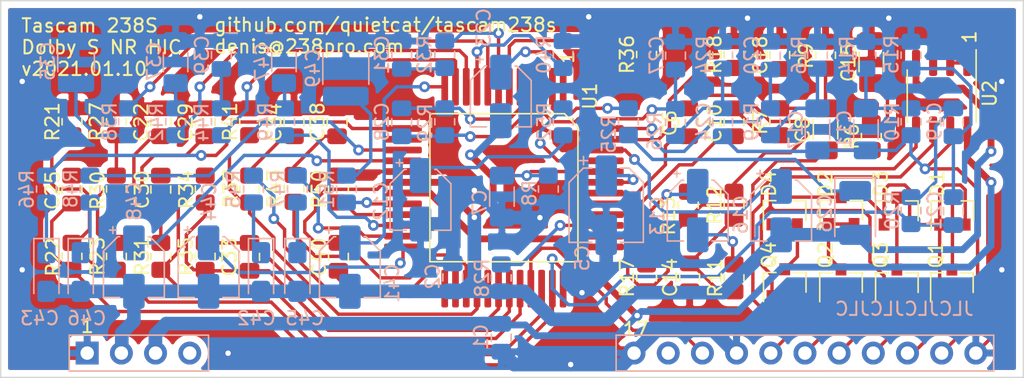
<source format=kicad_pcb>
(kicad_pcb (version 20171130) (host pcbnew 5.1.9-73d0e3b20d~88~ubuntu18.04.1)
  (title_block (date 2020-11-03) (rev 2020-11-03))
  (layers (0 F.Cu signal) (31 B.Cu signal hide) (34 B.Paste user) (35 F.Paste user) (36 B.SilkS user) (37 F.SilkS user) (38 B.Mask user hide) (39 F.Mask user hide) (44 Edge.Cuts user))
  (net 0 "")
  (net 1 GND)
  (net 2 VCC)
  (net 3 VEE)
  (net 4 "Net-(C5-Pad1)")
  (net 5 "Net-(C6-Pad2)")
  (net 6 "Net-(C6-Pad1)")
  (net 7 "Net-(C7-Pad1)")
  (net 8 "Net-(C8-Pad2)")
  (net 9 "Net-(C8-Pad1)")
  (net 10 "Net-(C10-Pad2)")
  (net 11 "Net-(C10-Pad1)")
  (net 12 "Net-(C11-Pad2)")
  (net 13 /DEC_OUT)
  (net 14 "Net-(C12-Pad1)")
  (net 15 "Net-(C13-Pad2)")
  (net 16 "Net-(C13-Pad1)")
  (net 17 "Net-(C14-Pad1)")
  (net 18 "Net-(C15-Pad1)")
  (net 19 "Net-(C16-Pad1)")
  (net 20 "Net-(C17-Pad2)")
  (net 21 "Net-(C18-Pad1)")
  (net 22 "Net-(C19-Pad2)")
  (net 23 "Net-(C20-Pad1)")
  (net 24 "Net-(C22-Pad1)")
  (net 25 "Net-(C23-Pad1)")
  (net 26 "Net-(C24-Pad1)")
  (net 27 "Net-(C25-Pad2)")
  (net 28 "Net-(C25-Pad1)")
  (net 29 "Net-(C26-Pad1)")
  (net 30 "Net-(C27-Pad1)")
  (net 31 "Net-(C28-Pad2)")
  (net 32 "Net-(C28-Pad1)")
  (net 33 "Net-(C29-Pad1)")
  (net 34 "Net-(C30-Pad2)")
  (net 35 "Net-(C30-Pad1)")
  (net 36 "Net-(C31-Pad2)")
  (net 37 "Net-(C33-Pad2)")
  (net 38 "Net-(C33-Pad1)")
  (net 39 "Net-(C34-Pad1)")
  (net 40 "Net-(C35-Pad2)")
  (net 41 "Net-(C37-Pad2)")
  (net 42 "Net-(C38-Pad1)")
  (net 43 "Net-(C39-Pad2)")
  (net 44 "Net-(C40-Pad1)")
  (net 45 "Net-(C41-Pad1)")
  (net 46 "Net-(C42-Pad1)")
  (net 47 "Net-(C43-Pad1)")
  (net 48 "Net-(C44-Pad1)")
  (net 49 "Net-(C45-Pad1)")
  (net 50 "Net-(C46-Pad1)")
  (net 51 "Net-(C47-Pad2)")
  (net 52 "Net-(C48-Pad1)")
  (net 53 "Net-(C49-Pad2)")
  (net 54 /SEL)
  (net 55 "Net-(J1-Pad4)")
  (net 56 "Net-(J1-Pad18)")
  (net 57 /ENC_OUT)
  (net 58 /ENC_FB)
  (net 59 /ENC_IN)
  (net 60 /DEC_FB)
  (net 61 /DEC_IN)
  (net 62 "Net-(Q1-Pad1)")
  (net 63 "Net-(Q3-Pad1)")
  (net 64 "Net-(R17-Pad1)")
  (net 65 "Net-(R21-Pad1)")
  (net 66 "Net-(R25-Pad1)")
  (net 67 "Net-(R28-Pad1)")
  (net 68 "/Dolby S Encoder/N1")
  (net 69 "/Dolby S Encoder/N2")
  (net 70 "Net-(R38-Pad2)")
  (net 71 "Net-(R40-Pad2)")
  (net 72 "Net-(R42-Pad2)")
  (net 73 "Net-(R43-Pad1)")
  (net 74 "Net-(R44-Pad2)")
  (net 75 "Net-(R45-Pad1)")
  (net 76 "Net-(R46-Pad2)")
  (net 77 "Net-(R47-Pad2)")
  (net 78 "Net-(R48-Pad2)")
  (net 79 "Net-(R49-Pad2)")
  (net 80 "Net-(R50-Pad2)")
  (net 81 "Net-(R51-Pad2)")
  (net 82 "Net-(R52-Pad1)")
  (net 83 "Net-(U1-Pad14)")
  (net 84 "Net-(U2-Pad1)")
  (net 85 "Net-(D1-Pad3)")
  (net 86 "Net-(D2-Pad1)")
  (net 87 "Net-(D3-Pad3)")
  (net 88 "Net-(D4-Pad1)")
  (net 89 "Net-(C21-Pad1)")
  (module Resistor_SMD:R_0805_2012Metric_Pad1.20x1.40mm_HandSolder (layer F.Cu) (at 186.5 117.6 270)
    (fp_text reference R11 (at 0 1.4 90) (layer F.SilkS))
    (fp_text value 30k)
    (pad 2 smd roundrect (at 1 0 270) (size 1.2 1.4) (layers F.Cu F.Paste F.Mask) (roundrect_rratio 0.2083325) (net 17 "Net-(C14-Pad1)"))
    (pad 1 smd roundrect (at -1 0 270) (size 1.2 1.4) (layers F.Cu F.Paste F.Mask) (roundrect_rratio 0.2083325) (net 15 "Net-(C13-Pad2)"))
  )
  (module 238:DOLBY_S_CONN (layer B.Cu) (at 138.43 123.19 270)
    (fp_text reference J1 hide)
    (fp_text value DOLBY_S_CONN)
    (fp_text user 17 (at -1.79 -40.76) (layer F.SilkS))
    (fp_text user 1 (at -2.01 -0.01) (layer F.SilkS))
    (pad 1 thru_hole rect (at 0 0 270) (size 1.7 1.7) (drill 1) (layers *.Cu *.Mask) (net 1 GND))
    (pad 2 thru_hole oval (at 0 -2.54 270) (size 1.7 1.7) (drill 1) (layers *.Cu *.Mask) (net 3 VEE))
    (pad 3 thru_hole oval (at 0 -5.08 270) (size 1.7 1.7) (drill 1) (layers *.Cu *.Mask) (net 2 VCC))
    (pad 4 thru_hole oval (at 0 -7.62 270) (size 1.7 1.7) (drill 1) (layers *.Cu *.Mask) (net 55 "Net-(J1-Pad4)"))
    (pad 17 thru_hole oval (at 0 -40.64 270) (size 1.7 1.7) (drill 1) (layers *.Cu *.Mask) (net 1 GND))
    (pad 18 thru_hole oval (at 0 -43.18 270) (size 1.7 1.7) (drill 1) (layers *.Cu *.Mask) (net 56 "Net-(J1-Pad18)"))
    (pad 19 thru_hole oval (at 0 -45.72 270) (size 1.7 1.7) (drill 1) (layers *.Cu *.Mask) (net 57 /ENC_OUT))
    (pad 20 thru_hole oval (at 0 -48.26 270) (size 1.7 1.7) (drill 1) (layers *.Cu *.Mask) (net 1 GND))
    (pad 21 thru_hole oval (at 0 -50.8 270) (size 1.7 1.7) (drill 1) (layers *.Cu *.Mask) (net 58 /ENC_FB))
    (pad 22 thru_hole oval (at 0 -53.34 270) (size 1.7 1.7) (drill 1) (layers *.Cu *.Mask) (net 59 /ENC_IN))
    (pad 23 thru_hole oval (at 0 -55.88 270) (size 1.7 1.7) (drill 1) (layers *.Cu *.Mask) (net 60 /DEC_FB))
    (pad 24 thru_hole oval (at 0 -58.42 270) (size 1.7 1.7) (drill 1) (layers *.Cu *.Mask) (net 54 /SEL))
    (pad 25 thru_hole oval (at 0 -60.96 270) (size 1.7 1.7) (drill 1) (layers *.Cu *.Mask) (net 61 /DEC_IN))
    (pad 26 thru_hole oval (at 0 -63.5 270) (size 1.7 1.7) (drill 1) (layers *.Cu *.Mask) (net 13 /DEC_OUT))
    (pad 27 thru_hole oval (at 0 -66.04 270) (size 1.7 1.7) (drill 1) (layers *.Cu *.Mask) (net 1 GND))
  )
  (module Capacitor_Tantalum_SMD:CP_EIA-3216-18_Kemet-A_Pad1.58x1.35mm_HandSolder (layer B.Cu) (at 137.95 117.1625 270)
    (fp_text reference C46 (at 3.4375 -0.45) (layer B.SilkS) (effects (justify mirror)))
    (fp_text value 0.22u)
    (pad 2 smd roundrect (at 1.4375 0 270) (size 1.575 1.35) (layers B.Cu B.Paste B.Mask) (roundrect_rratio 0.1851844444444445) (net 3 VEE))
    (pad 1 smd roundrect (at -1.4375 0 270) (size 1.575 1.35) (layers B.Cu B.Paste B.Mask) (roundrect_rratio 0.1851844444444445) (net 50 "Net-(C46-Pad1)"))
  )
  (module 238:QFP-48_12x12mm_P0.8mm (layer F.Cu) (at 169.4 110.9 270)
    (fp_text reference U1 (at -6.8 -6.4 270) (layer F.SilkS))
    (fp_text value CXA1417Q)
    (fp_text user 1 (at -9.7 -4.7 270) (layer F.SilkS))
    (pad 48 smd roundrect (at -4.4 -7.5) (size 2.8 0.5) (layers F.Cu F.Paste F.Mask) (net 23 "Net-(C20-Pad1)"))
    (pad 47 smd roundrect (at -3.6 -7.5) (size 2.8 0.5) (layers F.Cu F.Paste F.Mask) (net 21 "Net-(C18-Pad1)"))
    (pad 38 smd roundrect (at 3.6 -7.5) (size 2.8 0.5) (layers F.Cu F.Paste F.Mask) (net 64 "Net-(R17-Pad1)"))
    (pad 40 smd roundrect (at 2 -7.5) (size 2.8 0.5) (layers F.Cu F.Paste F.Mask) (net 16 "Net-(C13-Pad1)"))
    (pad 37 smd roundrect (at 4.4 -7.5) (size 2.8 0.5) (layers F.Cu F.Paste F.Mask) (net 8 "Net-(C8-Pad2)"))
    (pad 44 smd roundrect (at -1.2 -7.5) (size 2.8 0.5) (layers F.Cu F.Paste F.Mask) (net 7 "Net-(C7-Pad1)"))
    (pad 43 smd roundrect (at -0.4 -7.5) (size 2.8 0.5) (layers F.Cu F.Paste F.Mask) (net 4 "Net-(C5-Pad1)"))
    (pad 41 smd roundrect (at 1.2 -7.5) (size 2.8 0.5) (layers F.Cu F.Paste F.Mask) (net 11 "Net-(C10-Pad1)"))
    (pad 46 smd roundrect (at -2.8 -7.5) (size 2.8 0.5) (layers F.Cu F.Paste F.Mask) (net 19 "Net-(C16-Pad1)"))
    (pad 39 smd roundrect (at 2.8 -7.5) (size 2.8 0.5) (layers F.Cu F.Paste F.Mask) (net 67 "Net-(R28-Pad1)"))
    (pad 42 smd roundrect (at 0.4 -7.5) (size 2.8 0.5) (layers F.Cu F.Paste F.Mask) (net 6 "Net-(C6-Pad1)"))
    (pad 45 smd roundrect (at -2 -7.5) (size 2.8 0.5) (layers F.Cu F.Paste F.Mask) (net 82 "Net-(R52-Pad1)"))
    (pad 36 smd roundrect (at 7.5 -4.4 270) (size 2.8 0.5) (layers F.Cu F.Paste F.Mask) (net 89 "Net-(C21-Pad1)"))
    (pad 35 smd roundrect (at 7.5 -3.6 270) (size 2.8 0.5) (layers F.Cu F.Paste F.Mask) (net 28 "Net-(C25-Pad1)"))
    (pad 26 smd roundrect (at 7.5 3.6 270) (size 2.8 0.5) (layers F.Cu F.Paste F.Mask) (net 44 "Net-(C40-Pad1)"))
    (pad 28 smd roundrect (at 7.5 2 270) (size 2.8 0.5) (layers F.Cu F.Paste F.Mask) (net 69 "/Dolby S Encoder/N2"))
    (pad 25 smd roundrect (at 7.5 4.4 270) (size 2.8 0.5) (layers F.Cu F.Paste F.Mask) (net 75 "Net-(R45-Pad1)"))
    (pad 32 smd roundrect (at 7.5 -1.2 270) (size 2.8 0.5) (layers F.Cu F.Paste F.Mask) (net 33 "Net-(C29-Pad1)"))
    (pad 31 smd roundrect (at 7.5 -0.4 270) (size 2.8 0.5) (layers F.Cu F.Paste F.Mask) (net 37 "Net-(C33-Pad2)"))
    (pad 29 smd roundrect (at 7.5 1.2 270) (size 2.8 0.5) (layers F.Cu F.Paste F.Mask) (net 69 "/Dolby S Encoder/N2"))
    (pad 34 smd roundrect (at 7.5 -2.8 270) (size 2.8 0.5) (layers F.Cu F.Paste F.Mask) (net 65 "Net-(R21-Pad1)"))
    (pad 27 smd roundrect (at 7.5 2.8 270) (size 2.8 0.5) (layers F.Cu F.Paste F.Mask) (net 73 "Net-(R43-Pad1)"))
    (pad 30 smd roundrect (at 7.5 0.4 270) (size 2.8 0.5) (layers F.Cu F.Paste F.Mask) (net 38 "Net-(C33-Pad1)"))
    (pad 33 smd roundrect (at 7.5 -2 270) (size 2.8 0.5) (layers F.Cu F.Paste F.Mask) (net 57 /ENC_OUT))
    (pad 13 smd roundrect (at -4.4 7.5) (size 2.8 0.5) (layers F.Cu F.Paste F.Mask) (net 76 "Net-(R46-Pad2)"))
    (pad 14 smd roundrect (at -3.6 7.5) (size 2.8 0.5) (layers F.Cu F.Paste F.Mask) (net 83 "Net-(U1-Pad14)"))
    (pad 23 smd roundrect (at 3.6 7.5) (size 2.8 0.5) (layers F.Cu F.Paste F.Mask) (net 77 "Net-(R47-Pad2)"))
    (pad 21 smd roundrect (at 2 7.5) (size 2.8 0.5) (layers F.Cu F.Paste F.Mask) (net 80 "Net-(R50-Pad2)"))
    (pad 24 smd roundrect (at 4.4 7.5) (size 2.8 0.5) (layers F.Cu F.Paste F.Mask) (net 48 "Net-(C44-Pad1)"))
    (pad 17 smd roundrect (at -1.2 7.5) (size 2.8 0.5) (layers F.Cu F.Paste F.Mask) (net 1 GND))
    (pad 18 smd roundrect (at -0.4 7.5) (size 2.8 0.5) (layers F.Cu F.Paste F.Mask) (net 3 VEE))
    (pad 20 smd roundrect (at 1.2 7.5) (size 2.8 0.5) (layers F.Cu F.Paste F.Mask) (net 81 "Net-(R51-Pad2)"))
    (pad 15 smd roundrect (at -2.8 7.5) (size 2.8 0.5) (layers F.Cu F.Paste F.Mask) (net 78 "Net-(R48-Pad2)"))
    (pad 22 smd roundrect (at 2.8 7.5) (size 2.8 0.5) (layers F.Cu F.Paste F.Mask) (net 79 "Net-(R49-Pad2)"))
    (pad 19 smd roundrect (at 0.4 7.5) (size 2.8 0.5) (layers F.Cu F.Paste F.Mask) (net 2 VCC))
    (pad 16 smd roundrect (at -2 7.5) (size 2.8 0.5) (layers F.Cu F.Paste F.Mask) (net 52 "Net-(C48-Pad1)"))
    (pad 12 smd roundrect (at -7.5 4.4 270) (size 2.8 0.5) (layers F.Cu F.Paste F.Mask) (net 45 "Net-(C41-Pad1)"))
    (pad 11 smd roundrect (at -7.5 3.6 270) (size 2.8 0.5) (layers F.Cu F.Paste F.Mask) (net 74 "Net-(R44-Pad2)"))
    (pad 10 smd roundrect (at -7.5 2.8 270) (size 2.8 0.5) (layers F.Cu F.Paste F.Mask) (net 72 "Net-(R42-Pad2)"))
    (pad 9 smd roundrect (at -7.5 2 270) (size 2.8 0.5) (layers F.Cu F.Paste F.Mask) (net 71 "Net-(R40-Pad2)"))
    (pad 8 smd roundrect (at -7.5 1.2 270) (size 2.8 0.5) (layers F.Cu F.Paste F.Mask) (net 70 "Net-(R38-Pad2)"))
    (pad 7 smd roundrect (at -7.5 0.4 270) (size 2.8 0.5) (layers F.Cu F.Paste F.Mask) (net 68 "/Dolby S Encoder/N1"))
    (pad 6 smd roundrect (at -7.5 -0.4 270) (size 2.8 0.5) (layers F.Cu F.Paste F.Mask) (net 68 "/Dolby S Encoder/N1"))
    (pad 5 smd roundrect (at -7.5 -1.2 270) (size 2.8 0.5) (layers F.Cu F.Paste F.Mask) (net 31 "Net-(C28-Pad2)"))
    (pad 4 smd roundrect (at -7.5 -2 270) (size 2.8 0.5) (layers F.Cu F.Paste F.Mask) (net 32 "Net-(C28-Pad1)"))
    (pad 3 smd roundrect (at -7.5 -2.8 270) (size 2.8 0.5) (layers F.Cu F.Paste F.Mask) (net 30 "Net-(C27-Pad1)"))
    (pad 2 smd roundrect (at -7.5 -3.6 270) (size 2.8 0.5) (layers F.Cu F.Paste F.Mask) (net 66 "Net-(R25-Pad1)"))
    (pad 1 smd roundrect (at -7.5 -4.4 270) (size 2.8 0.5) (layers F.Cu F.Paste F.Mask) (net 25 "Net-(C23-Pad1)"))
  )
  (module Package_TO_SOT_SMD:SOT-23 (layer F.Cu) (at 202.73 112.64 90)
    (fp_text reference D1 (at 2.04 -1.13 270) (layer F.SilkS))
    (fp_text value D_223)
    (pad 3 smd rect (at 1 0 90) (size 0.9 0.8) (layers F.Cu F.Paste F.Mask) (net 85 "Net-(D1-Pad3)"))
    (pad 2 smd rect (at -1 0.95 90) (size 0.9 0.8) (layers F.Cu F.Paste F.Mask) (net 54 /SEL))
    (pad 1 smd rect (at -1 -0.95 90) (size 0.9 0.8) (layers F.Cu F.Paste F.Mask) (net 54 /SEL))
  )
  (module Package_TO_SOT_SMD:SOT-23 (layer F.Cu) (at 190.26 112.62 90)
    (fp_text reference D4 (at 2.02 -1.16 90) (layer F.SilkS))
    (fp_text value D)
    (pad 3 smd rect (at 1 0 90) (size 0.9 0.8) (layers F.Cu F.Paste F.Mask) (net 54 /SEL))
    (pad 2 smd rect (at -1 0.95 90) (size 0.9 0.8) (layers F.Cu F.Paste F.Mask) (net 88 "Net-(D4-Pad1)"))
    (pad 1 smd rect (at -1 -0.95 90) (size 0.9 0.8) (layers F.Cu F.Paste F.Mask) (net 88 "Net-(D4-Pad1)"))
  )
  (module Package_TO_SOT_SMD:SOT-23 (layer F.Cu) (at 198.6 112.64 90)
    (fp_text reference D3 (at 2.04 -1.2 90) (layer F.SilkS))
    (fp_text value D)
    (pad 3 smd rect (at 1 0 90) (size 0.9 0.8) (layers F.Cu F.Paste F.Mask) (net 87 "Net-(D3-Pad3)"))
    (pad 2 smd rect (at -1 0.95 90) (size 0.9 0.8) (layers F.Cu F.Paste F.Mask) (net 54 /SEL))
    (pad 1 smd rect (at -1 -0.95 90) (size 0.9 0.8) (layers F.Cu F.Paste F.Mask) (net 54 /SEL))
  )
  (module Package_TO_SOT_SMD:SOT-23 (layer F.Cu) (at 194.47 112.6 90)
    (fp_text reference D2 (at 1.962 -1.17 90) (layer F.SilkS))
    (fp_text value D)
    (pad 3 smd rect (at 1 0 90) (size 0.9 0.8) (layers F.Cu F.Paste F.Mask) (net 54 /SEL))
    (pad 2 smd rect (at -1 0.95 90) (size 0.9 0.8) (layers F.Cu F.Paste F.Mask) (net 86 "Net-(D2-Pad1)"))
    (pad 1 smd rect (at -1 -0.95 90) (size 0.9 0.8) (layers F.Cu F.Paste F.Mask) (net 86 "Net-(D2-Pad1)"))
  )
  (module Capacitor_SMD:C_1206_3216Metric_Pad1.33x1.80mm_HandSolder (layer B.Cu) (at 153.05 101.5625 270)
    (fp_text reference C47 (at -0.0125 1.62 90) (layer B.SilkS) (effects (justify mirror)))
    (fp_text value 82n)
    (pad 2 smd roundrect (at 1.5625 0 270) (size 1.325 1.8) (layers B.Cu B.Paste B.Mask) (roundrect_rratio 0.1886777358490566) (net 51 "Net-(C47-Pad2)"))
    (pad 1 smd roundrect (at -1.5625 0 270) (size 1.325 1.8) (layers B.Cu B.Paste B.Mask) (roundrect_rratio 0.1886777358490566) (net 1 GND))
  )
  (module Capacitor_SMD:C_1206_3216Metric_Pad1.33x1.80mm_HandSolder (layer B.Cu) (at 145 101.5625 270)
    (fp_text reference C37 (at -0.0625 1.6 90) (layer B.SilkS) (effects (justify mirror)))
    (fp_text value 82n)
    (pad 2 smd roundrect (at 1.5625 0 270) (size 1.325 1.8) (layers B.Cu B.Paste B.Mask) (roundrect_rratio 0.1886777358490566) (net 41 "Net-(C37-Pad2)"))
    (pad 1 smd roundrect (at -1.5625 0 270) (size 1.325 1.8) (layers B.Cu B.Paste B.Mask) (roundrect_rratio 0.1886777358490566) (net 1 GND))
  )
  (module Capacitor_SMD:CP_Elec_4x5.8 (layer B.Cu) (at 163.2 111.8 270)
    (fp_text reference C12 (at 0.1 2.95 90) (layer B.SilkS) (effects (justify mirror)))
    (fp_text value 10u)
    (pad 2 smd roundrect (at 1.8 0 270) (size 2.6 1.6) (layers B.Cu B.Paste B.Mask) (roundrect_rratio 0.15625) (net 1 GND))
    (pad 1 smd roundrect (at -1.8 0 270) (size 2.6 1.6) (layers B.Cu B.Paste B.Mask) (roundrect_rratio 0.15625) (net 14 "Net-(C12-Pad1)"))
  )
  (module Package_SO:SOIC-8_3.9x4.9mm_P1.27mm (layer F.Cu) (at 201.93 104.1 270)
    (fp_text reference U2 (at -0.2 -3.57 270) (layer F.SilkS))
    (fp_text value M5218)
    (pad 8 smd roundrect (at 2.475 -1.905 270) (size 1.95 0.6) (layers F.Cu F.Paste F.Mask) (net 2 VCC))
    (pad 7 smd roundrect (at 2.475 -0.635 270) (size 1.95 0.6) (layers F.Cu F.Paste F.Mask) (net 13 /DEC_OUT))
    (pad 6 smd roundrect (at 2.475 0.635 270) (size 1.95 0.6) (layers F.Cu F.Paste F.Mask) (net 63 "Net-(Q3-Pad1)"))
    (pad 5 smd roundrect (at 2.475 1.905 270) (size 1.95 0.6) (layers F.Cu F.Paste F.Mask) (net 62 "Net-(Q1-Pad1)"))
    (pad 4 smd roundrect (at -2.475 1.905 270) (size 1.95 0.6) (layers F.Cu F.Paste F.Mask) (net 3 VEE))
    (pad 3 smd roundrect (at -2.475 0.635 270) (size 1.95 0.6) (layers F.Cu F.Paste F.Mask) (net 1 GND))
    (pad 2 smd roundrect (at -2.475 -0.635 270) (size 1.95 0.6) (layers F.Cu F.Paste F.Mask) (net 84 "Net-(U2-Pad1)"))
    (pad 1 smd roundrect (at -2.475 -1.905 270) (size 1.95 0.6) (layers F.Cu F.Paste F.Mask) (net 84 "Net-(U2-Pad1)"))
  )
  (module Resistor_SMD:R_0805_2012Metric_Pad1.20x1.40mm_HandSolder (layer B.Cu) (at 173.8 106 270)
    (fp_text reference R52 (at 0 1.4 90) (layer B.SilkS) (effects (justify mirror)))
    (fp_text value 8.2k)
    (pad 2 smd roundrect (at 1 0 270) (size 1.2 1.4) (layers B.Cu B.Paste B.Mask) (roundrect_rratio 0.2083325) (net 14 "Net-(C12-Pad1)"))
    (pad 1 smd roundrect (at -1 0 270) (size 1.2 1.4) (layers B.Cu B.Paste B.Mask) (roundrect_rratio 0.2083325) (net 82 "Net-(R52-Pad1)"))
  )
  (module Resistor_SMD:R_0805_2012Metric_Pad1.20x1.40mm_HandSolder (layer B.Cu) (at 157.7 111 270)
    (fp_text reference R51 (at 0.01 1.44 270) (layer B.SilkS) (effects (justify mirror)))
    (fp_text value 1.2k)
    (pad 2 smd roundrect (at 1 0 270) (size 1.2 1.4) (layers B.Cu B.Paste B.Mask) (roundrect_rratio 0.2083325) (net 81 "Net-(R51-Pad2)"))
    (pad 1 smd roundrect (at -1 0 270) (size 1.2 1.4) (layers B.Cu B.Paste B.Mask) (roundrect_rratio 0.2083325) (net 53 "Net-(C49-Pad2)"))
  )
  (module Resistor_SMD:R_0805_2012Metric_Pad1.20x1.40mm_HandSolder (layer F.Cu) (at 157.1 111 270)
    (fp_text reference R50 (at 0 1.45 90) (layer F.SilkS))
    (fp_text value 4.7k)
    (pad 2 smd roundrect (at 1 0 270) (size 1.2 1.4) (layers F.Cu F.Paste F.Mask) (roundrect_rratio 0.2083325) (net 80 "Net-(R50-Pad2)"))
    (pad 1 smd roundrect (at -1 0 270) (size 1.2 1.4) (layers F.Cu F.Paste F.Mask) (roundrect_rratio 0.2083325) (net 1 GND))
  )
  (module Resistor_SMD:R_0805_2012Metric_Pad1.20x1.40mm_HandSolder (layer B.Cu) (at 153.1 106 270)
    (fp_text reference R49 (at 0 1.43 270) (layer B.SilkS) (effects (justify mirror)))
    (fp_text value 2.4k)
    (pad 2 smd roundrect (at 1 0 270) (size 1.2 1.4) (layers B.Cu B.Paste B.Mask) (roundrect_rratio 0.2083325) (net 79 "Net-(R49-Pad2)"))
    (pad 1 smd roundrect (at -1 0 270) (size 1.2 1.4) (layers B.Cu B.Paste B.Mask) (roundrect_rratio 0.2083325) (net 51 "Net-(C47-Pad2)"))
  )
  (module Resistor_SMD:R_0805_2012Metric_Pad1.20x1.40mm_HandSolder (layer B.Cu) (at 138.64 111 90)
    (fp_text reference R48 (at 0.03 -1.45 270) (layer B.SilkS) (effects (justify mirror)))
    (fp_text value 47)
    (pad 2 smd roundrect (at 1 0 90) (size 1.2 1.4) (layers B.Cu B.Paste B.Mask) (roundrect_rratio 0.2083325) (net 78 "Net-(R48-Pad2)"))
    (pad 1 smd roundrect (at -1 0 90) (size 1.2 1.4) (layers B.Cu B.Paste B.Mask) (roundrect_rratio 0.2083325) (net 50 "Net-(C46-Pad1)"))
  )
  (module Resistor_SMD:R_0805_2012Metric_Pad1.20x1.40mm_HandSolder (layer B.Cu) (at 154.05 111 90)
    (fp_text reference R47 (at 0 -1.43 270) (layer B.SilkS) (effects (justify mirror)))
    (fp_text value 33)
    (pad 2 smd roundrect (at 1 0 90) (size 1.2 1.4) (layers B.Cu B.Paste B.Mask) (roundrect_rratio 0.2083325) (net 77 "Net-(R47-Pad2)"))
    (pad 1 smd roundrect (at -1 0 90) (size 1.2 1.4) (layers B.Cu B.Paste B.Mask) (roundrect_rratio 0.2083325) (net 49 "Net-(C45-Pad1)"))
  )
  (module Resistor_SMD:R_0805_2012Metric_Pad1.20x1.40mm_HandSolder (layer B.Cu) (at 135.4 111 90)
    (fp_text reference R46 (at -0.02 -1.46 270) (layer B.SilkS) (effects (justify mirror)))
    (fp_text value 33)
    (pad 2 smd roundrect (at 1 0 90) (size 1.2 1.4) (layers B.Cu B.Paste B.Mask) (roundrect_rratio 0.2083325) (net 76 "Net-(R46-Pad2)"))
    (pad 1 smd roundrect (at -1 0 90) (size 1.2 1.4) (layers B.Cu B.Paste B.Mask) (roundrect_rratio 0.2083325) (net 47 "Net-(C43-Pad1)"))
  )
  (module Resistor_SMD:R_0805_2012Metric_Pad1.20x1.40mm_HandSolder (layer B.Cu) (at 150.79 111 270)
    (fp_text reference R45 (at 0.01 1.49 270) (layer B.SilkS) (effects (justify mirror)))
    (fp_text value 47)
    (pad 2 smd roundrect (at 1 0 270) (size 1.2 1.4) (layers B.Cu B.Paste B.Mask) (roundrect_rratio 0.2083325) (net 46 "Net-(C42-Pad1)"))
    (pad 1 smd roundrect (at -1 0 270) (size 1.2 1.4) (layers B.Cu B.Paste B.Mask) (roundrect_rratio 0.2083325) (net 75 "Net-(R45-Pad1)"))
  )
  (module Resistor_SMD:R_0805_2012Metric_Pad1.20x1.40mm_HandSolder (layer B.Cu) (at 148.4 106 270)
    (fp_text reference R44 (at 0.05 1.47 270) (layer B.SilkS) (effects (justify mirror)))
    (fp_text value 1.3k)
    (pad 2 smd roundrect (at 1 0 270) (size 1.2 1.4) (layers B.Cu B.Paste B.Mask) (roundrect_rratio 0.2083325) (net 74 "Net-(R44-Pad2)"))
    (pad 1 smd roundrect (at -1 0 270) (size 1.2 1.4) (layers B.Cu B.Paste B.Mask) (roundrect_rratio 0.2083325) (net 43 "Net-(C39-Pad2)"))
  )
  (module Resistor_SMD:R_0805_2012Metric_Pad1.20x1.40mm_HandSolder (layer F.Cu) (at 153.8 110.95 90)
    (fp_text reference R43 (at 0 -1.45 90) (layer F.SilkS))
    (fp_text value 1.8k)
    (pad 2 smd roundrect (at 1 0 90) (size 1.2 1.4) (layers F.Cu F.Paste F.Mask) (roundrect_rratio 0.2083325) (net 42 "Net-(C38-Pad1)"))
    (pad 1 smd roundrect (at -1 0 90) (size 1.2 1.4) (layers F.Cu F.Paste F.Mask) (roundrect_rratio 0.2083325) (net 73 "Net-(R43-Pad1)"))
  )
  (module Resistor_SMD:R_0805_2012Metric_Pad1.20x1.40mm_HandSolder (layer B.Cu) (at 145 106 270)
    (fp_text reference R42 (at 0.03 1.45 270) (layer B.SilkS) (effects (justify mirror)))
    (fp_text value 2.4k)
    (pad 2 smd roundrect (at 1 0 270) (size 1.2 1.4) (layers B.Cu B.Paste B.Mask) (roundrect_rratio 0.2083325) (net 72 "Net-(R42-Pad2)"))
    (pad 1 smd roundrect (at -1 0 270) (size 1.2 1.4) (layers B.Cu B.Paste B.Mask) (roundrect_rratio 0.2083325) (net 41 "Net-(C37-Pad2)"))
  )
  (module Resistor_SMD:R_0805_2012Metric_Pad1.20x1.40mm_HandSolder (layer F.Cu) (at 150.5 106 90)
    (fp_text reference R41 (at 0 -1.45 270) (layer F.SilkS))
    (fp_text value 5.1k)
    (pad 2 smd roundrect (at 1 0 90) (size 1.2 1.4) (layers F.Cu F.Paste F.Mask) (roundrect_rratio 0.2083325) (net 1 GND))
    (pad 1 smd roundrect (at -1 0 90) (size 1.2 1.4) (layers F.Cu F.Paste F.Mask) (roundrect_rratio 0.2083325) (net 69 "/Dolby S Encoder/N2"))
  )
  (module Resistor_SMD:R_0805_2012Metric_Pad1.20x1.40mm_HandSolder (layer B.Cu) (at 173.8 101 270)
    (fp_text reference R40 (at 0 1.43 90) (layer B.SilkS) (effects (justify mirror)))
    (fp_text value 4.7k)
    (pad 2 smd roundrect (at 1 0 270) (size 1.2 1.4) (layers B.Cu B.Paste B.Mask) (roundrect_rratio 0.2083325) (net 71 "Net-(R40-Pad2)"))
    (pad 1 smd roundrect (at -1 0 270) (size 1.2 1.4) (layers B.Cu B.Paste B.Mask) (roundrect_rratio 0.2083325) (net 1 GND))
  )
  (module Resistor_SMD:R_0805_2012Metric_Pad1.20x1.40mm_HandSolder (layer B.Cu) (at 141.5 106 90)
    (fp_text reference R38 (at 0 -1.4 270) (layer B.SilkS) (effects (justify mirror)))
    (fp_text value 1.8k)
    (pad 2 smd roundrect (at 1 0 90) (size 1.2 1.4) (layers B.Cu B.Paste B.Mask) (roundrect_rratio 0.2083325) (net 70 "Net-(R38-Pad2)"))
    (pad 1 smd roundrect (at -1 0 90) (size 1.2 1.4) (layers B.Cu B.Paste B.Mask) (roundrect_rratio 0.2083325) (net 40 "Net-(C35-Pad2)"))
  )
  (module Resistor_SMD:R_0805_2012Metric_Pad1.20x1.40mm_HandSolder (layer F.Cu) (at 150.5 111 90)
    (fp_text reference R37 (at 0.05 -1.4 270) (layer F.SilkS))
    (fp_text value 1.6k)
    (pad 2 smd roundrect (at 1 0 90) (size 1.2 1.4) (layers F.Cu F.Paste F.Mask) (roundrect_rratio 0.2083325) (net 39 "Net-(C34-Pad1)"))
    (pad 1 smd roundrect (at -1 0 90) (size 1.2 1.4) (layers F.Cu F.Paste F.Mask) (roundrect_rratio 0.2083325) (net 69 "/Dolby S Encoder/N2"))
  )
  (module Resistor_SMD:R_0805_2012Metric_Pad1.20x1.40mm_HandSolder (layer F.Cu) (at 180 101 270)
    (fp_text reference R36 (at 0 1.45 270) (layer F.SilkS))
    (fp_text value 5.1k)
    (pad 2 smd roundrect (at 1 0 270) (size 1.2 1.4) (layers F.Cu F.Paste F.Mask) (roundrect_rratio 0.2083325) (net 68 "/Dolby S Encoder/N1"))
    (pad 1 smd roundrect (at -1 0 270) (size 1.2 1.4) (layers F.Cu F.Paste F.Mask) (roundrect_rratio 0.2083325) (net 1 GND))
  )
  (module Resistor_SMD:R_0805_2012Metric_Pad1.20x1.40mm_HandSolder (layer F.Cu) (at 147.2 116 270)
    (fp_text reference R35 (at 0 1.45 270) (layer F.SilkS))
    (fp_text value 820k)
    (pad 2 smd roundrect (at 1 0 270) (size 1.2 1.4) (layers F.Cu F.Paste F.Mask) (roundrect_rratio 0.2083325) (net 37 "Net-(C33-Pad2)"))
    (pad 1 smd roundrect (at -1 0 270) (size 1.2 1.4) (layers F.Cu F.Paste F.Mask) (roundrect_rratio 0.2083325) (net 38 "Net-(C33-Pad1)"))
  )
  (module Resistor_SMD:R_0805_2012Metric_Pad1.20x1.40mm_HandSolder (layer F.Cu) (at 147.2 111 90)
    (fp_text reference R34 (at -0.05 -1.4 90) (layer F.SilkS))
    (fp_text value 1.5k)
    (pad 2 smd roundrect (at 1 0 90) (size 1.2 1.4) (layers F.Cu F.Paste F.Mask) (roundrect_rratio 0.2083325) (net 35 "Net-(C30-Pad1)"))
    (pad 1 smd roundrect (at -1 0 90) (size 1.2 1.4) (layers F.Cu F.Paste F.Mask) (roundrect_rratio 0.2083325) (net 37 "Net-(C33-Pad2)"))
  )
  (module Resistor_SMD:R_0805_2012Metric_Pad1.20x1.40mm_HandSolder (layer B.Cu) (at 165 101 90)
    (fp_text reference R32 (at 0 -1.5 90) (layer B.SilkS) (effects (justify mirror)))
    (fp_text value 1.6k)
    (pad 2 smd roundrect (at 1 0 90) (size 1.2 1.4) (layers B.Cu B.Paste B.Mask) (roundrect_rratio 0.2083325) (net 68 "/Dolby S Encoder/N1"))
    (pad 1 smd roundrect (at -1 0 90) (size 1.2 1.4) (layers B.Cu B.Paste B.Mask) (roundrect_rratio 0.2083325) (net 36 "Net-(C31-Pad2)"))
  )
  (module Resistor_SMD:R_0805_2012Metric_Pad1.20x1.40mm_HandSolder (layer F.Cu) (at 143.9 116 90)
    (fp_text reference R31 (at 0 -1.4 90) (layer F.SilkS))
    (fp_text value 13k)
    (pad 2 smd roundrect (at 1 0 90) (size 1.2 1.4) (layers F.Cu F.Paste F.Mask) (roundrect_rratio 0.2083325) (net 34 "Net-(C30-Pad2)"))
    (pad 1 smd roundrect (at -1 0 90) (size 1.2 1.4) (layers F.Cu F.Paste F.Mask) (roundrect_rratio 0.2083325) (net 33 "Net-(C29-Pad1)"))
  )
  (module Resistor_SMD:R_0805_2012Metric_Pad1.20x1.40mm_HandSolder (layer F.Cu) (at 140.6 111 90)
    (fp_text reference R30 (at -0.1 -1.4 90) (layer F.SilkS))
    (fp_text value 8.2k)
    (pad 2 smd roundrect (at 1 0 90) (size 1.2 1.4) (layers F.Cu F.Paste F.Mask) (roundrect_rratio 0.2083325) (net 27 "Net-(C25-Pad2)"))
    (pad 1 smd roundrect (at -1 0 90) (size 1.2 1.4) (layers F.Cu F.Paste F.Mask) (roundrect_rratio 0.2083325) (net 34 "Net-(C30-Pad2)"))
  )
  (module Resistor_SMD:R_0805_2012Metric_Pad1.20x1.40mm_HandSolder (layer B.Cu) (at 165 106 90)
    (fp_text reference R29 (at -0.08 -1.45 90) (layer B.SilkS) (effects (justify mirror)))
    (fp_text value 820k)
    (pad 2 smd roundrect (at 1 0 90) (size 1.2 1.4) (layers B.Cu B.Paste B.Mask) (roundrect_rratio 0.2083325) (net 31 "Net-(C28-Pad2)"))
    (pad 1 smd roundrect (at -1 0 90) (size 1.2 1.4) (layers B.Cu B.Paste B.Mask) (roundrect_rratio 0.2083325) (net 32 "Net-(C28-Pad1)"))
  )
  (module Resistor_SMD:R_0805_2012Metric_Pad1.20x1.40mm_HandSolder (layer B.Cu) (at 169.2 117.6 270)
    (fp_text reference R28 (at 0.01 1.43 90) (layer B.SilkS) (effects (justify mirror)))
    (fp_text value 24k)
    (pad 2 smd roundrect (at 1 0 270) (size 1.2 1.4) (layers B.Cu B.Paste B.Mask) (roundrect_rratio 0.2083325) (net 3 VEE))
    (pad 1 smd roundrect (at -1 0 270) (size 1.2 1.4) (layers B.Cu B.Paste B.Mask) (roundrect_rratio 0.2083325) (net 67 "Net-(R28-Pad1)"))
  )
  (module Resistor_SMD:R_0805_2012Metric_Pad1.20x1.40mm_HandSolder (layer F.Cu) (at 140.6 106 270)
    (fp_text reference R27 (at 0 1.45 270) (layer F.SilkS))
    (fp_text value 10k)
    (pad 2 smd roundrect (at 1 0 270) (size 1.2 1.4) (layers F.Cu F.Paste F.Mask) (roundrect_rratio 0.2083325) (net 27 "Net-(C25-Pad2)"))
    (pad 1 smd roundrect (at -1 0 270) (size 1.2 1.4) (layers F.Cu F.Paste F.Mask) (roundrect_rratio 0.2083325) (net 1 GND))
  )
  (module Resistor_SMD:R_0805_2012Metric_Pad1.20x1.40mm_HandSolder (layer B.Cu) (at 182.15 106.05 90)
    (fp_text reference R26 (at -0.65 -1.55 90) (layer B.SilkS) (effects (justify mirror)))
    (fp_text value 18k)
    (pad 2 smd roundrect (at 1 0 90) (size 1.2 1.4) (layers B.Cu B.Paste B.Mask) (roundrect_rratio 0.2083325) (net 30 "Net-(C27-Pad1)"))
    (pad 1 smd roundrect (at -1 0 90) (size 1.2 1.4) (layers B.Cu B.Paste B.Mask) (roundrect_rratio 0.2083325) (net 26 "Net-(C24-Pad1)"))
  )
  (module Resistor_SMD:R_0805_2012Metric_Pad1.20x1.40mm_HandSolder (layer B.Cu) (at 178.65 106 270)
    (fp_text reference R25 (at 0.9 1.45 90) (layer B.SilkS) (effects (justify mirror)))
    (fp_text value 33)
    (pad 2 smd roundrect (at 1 0 270) (size 1.2 1.4) (layers B.Cu B.Paste B.Mask) (roundrect_rratio 0.2083325) (net 29 "Net-(C26-Pad1)"))
    (pad 1 smd roundrect (at -1 0 270) (size 1.2 1.4) (layers B.Cu B.Paste B.Mask) (roundrect_rratio 0.2083325) (net 66 "Net-(R25-Pad1)"))
  )
  (module Resistor_SMD:R_0805_2012Metric_Pad1.20x1.40mm_HandSolder (layer B.Cu) (at 185.65 101.05 90)
    (fp_text reference R24 (at 0 -1.4 90) (layer B.SilkS) (effects (justify mirror)))
    (fp_text value 10k)
    (pad 2 smd roundrect (at 1 0 90) (size 1.2 1.4) (layers B.Cu B.Paste B.Mask) (roundrect_rratio 0.2083325) (net 1 GND))
    (pad 1 smd roundrect (at -1 0 90) (size 1.2 1.4) (layers B.Cu B.Paste B.Mask) (roundrect_rratio 0.2083325) (net 26 "Net-(C24-Pad1)"))
  )
  (module Resistor_SMD:R_0805_2012Metric_Pad1.20x1.40mm_HandSolder (layer F.Cu) (at 140.6 116 90)
    (fp_text reference R23 (at 0 -1.4 90) (layer F.SilkS))
    (fp_text value 5.1k)
    (pad 2 smd roundrect (at 1 0 90) (size 1.2 1.4) (layers F.Cu F.Paste F.Mask) (roundrect_rratio 0.2083325) (net 24 "Net-(C22-Pad1)"))
    (pad 1 smd roundrect (at -1 0 90) (size 1.2 1.4) (layers F.Cu F.Paste F.Mask) (roundrect_rratio 0.2083325) (net 65 "Net-(R21-Pad1)"))
  )
  (module Resistor_SMD:R_0805_2012Metric_Pad1.20x1.40mm_HandSolder (layer F.Cu) (at 137.3 116 270)
    (fp_text reference R22 (at 0.05 1.4 90) (layer F.SilkS))
    (fp_text value 11k)
    (pad 2 smd roundrect (at 1 0 270) (size 1.2 1.4) (layers F.Cu F.Paste F.Mask) (roundrect_rratio 0.2083325) (net 28 "Net-(C25-Pad1)"))
    (pad 1 smd roundrect (at -1 0 270) (size 1.2 1.4) (layers F.Cu F.Paste F.Mask) (roundrect_rratio 0.2083325) (net 65 "Net-(R21-Pad1)"))
  )
  (module Resistor_SMD:R_0805_2012Metric_Pad1.20x1.40mm_HandSolder (layer F.Cu) (at 137.3 106 90)
    (fp_text reference R21 (at 0 -1.45 270) (layer F.SilkS))
    (fp_text value "91(68)k")
    (pad 2 smd roundrect (at 1 0 90) (size 1.2 1.4) (layers F.Cu F.Paste F.Mask) (roundrect_rratio 0.2083325) (net 1 GND))
    (pad 1 smd roundrect (at -1 0 90) (size 1.2 1.4) (layers F.Cu F.Paste F.Mask) (roundrect_rratio 0.2083325) (net 65 "Net-(R21-Pad1)"))
  )
  (module Resistor_SMD:R_0805_2012Metric_Pad1.20x1.40mm_HandSolder (layer B.Cu) (at 199.65 112.6 270)
    (fp_text reference R20 (at 0 1.4 270) (layer B.SilkS) (effects (justify mirror)))
    (fp_text value 5.1k)
    (pad 2 smd roundrect (at 1 0 270) (size 1.2 1.4) (layers B.Cu B.Paste B.Mask) (roundrect_rratio 0.2083325) (net 89 "Net-(C21-Pad1)"))
    (pad 1 smd roundrect (at -1 0 270) (size 1.2 1.4) (layers B.Cu B.Paste B.Mask) (roundrect_rratio 0.2083325) (net 12 "Net-(C11-Pad2)"))
  )
  (module Resistor_SMD:R_0805_2012Metric_Pad1.20x1.40mm_HandSolder (layer B.Cu) (at 189.2 106 90)
    (fp_text reference R19 (at 0 -1.4 270) (layer B.SilkS) (effects (justify mirror)))
    (fp_text value 39k)
    (pad 2 smd roundrect (at 1 0 90) (size 1.2 1.4) (layers B.Cu B.Paste B.Mask) (roundrect_rratio 0.2083325) (net 23 "Net-(C20-Pad1)"))
    (pad 1 smd roundrect (at -1 0 90) (size 1.2 1.4) (layers B.Cu B.Paste B.Mask) (roundrect_rratio 0.2083325) (net 20 "Net-(C17-Pad2)"))
  )
  (module Resistor_SMD:R_0805_2012Metric_Pad1.20x1.40mm_HandSolder (layer F.Cu) (at 186.5 101 90)
    (fp_text reference R18 (at 0 -1.45 90) (layer F.SilkS))
    (fp_text value "22(11)k")
    (pad 2 smd roundrect (at 1 0 90) (size 1.2 1.4) (layers F.Cu F.Paste F.Mask) (roundrect_rratio 0.2083325) (net 1 GND))
    (pad 1 smd roundrect (at -1 0 90) (size 1.2 1.4) (layers F.Cu F.Paste F.Mask) (roundrect_rratio 0.2083325) (net 21 "Net-(C18-Pad1)"))
  )
  (module Resistor_SMD:R_0805_2012Metric_Pad1.20x1.40mm_HandSolder (layer F.Cu) (at 180 117.6 270)
    (fp_text reference R17 (at 0 1.45 90) (layer F.SilkS))
    (fp_text value 20k)
    (pad 2 smd roundrect (at 1 0 270) (size 1.2 1.4) (layers F.Cu F.Paste F.Mask) (roundrect_rratio 0.2083325) (net 8 "Net-(C8-Pad2)"))
    (pad 1 smd roundrect (at -1 0 270) (size 1.2 1.4) (layers F.Cu F.Paste F.Mask) (roundrect_rratio 0.2083325) (net 64 "Net-(R17-Pad1)"))
  )
  (module Resistor_SMD:R_0805_2012Metric_Pad1.20x1.40mm_HandSolder (layer B.Cu) (at 192.7 101.05 270)
    (fp_text reference R16 (at 0 1.37 270) (layer B.SilkS) (effects (justify mirror)))
    (fp_text value 39k)
    (pad 2 smd roundrect (at 1 0 270) (size 1.2 1.4) (layers B.Cu B.Paste B.Mask) (roundrect_rratio 0.2083325) (net 20 "Net-(C17-Pad2)"))
    (pad 1 smd roundrect (at -1 0 270) (size 1.2 1.4) (layers B.Cu B.Paste B.Mask) (roundrect_rratio 0.2083325) (net 1 GND))
  )
  (module Resistor_SMD:R_0805_2012Metric_Pad1.20x1.40mm_HandSolder (layer B.Cu) (at 199.65 101.05 270)
    (fp_text reference R15 (at -0.05 1.45 90) (layer B.SilkS) (effects (justify mirror)))
    (fp_text value 2.4k)
    (pad 2 smd roundrect (at 1 0 270) (size 1.2 1.4) (layers B.Cu B.Paste B.Mask) (roundrect_rratio 0.2083325) (net 22 "Net-(C19-Pad2)"))
    (pad 1 smd roundrect (at -1 0 270) (size 1.2 1.4) (layers B.Cu B.Paste B.Mask) (roundrect_rratio 0.2083325) (net 1 GND))
  )
  (module Resistor_SMD:R_0805_2012Metric_Pad1.20x1.40mm_HandSolder (layer B.Cu) (at 196.3 101.05 270)
    (fp_text reference R14 (at 0 1.4 90) (layer B.SilkS) (effects (justify mirror)))
    (fp_text value 16k)
    (pad 2 smd roundrect (at 1 0 270) (size 1.2 1.4) (layers B.Cu B.Paste B.Mask) (roundrect_rratio 0.2083325) (net 12 "Net-(C11-Pad2)"))
    (pad 1 smd roundrect (at -1 0 270) (size 1.2 1.4) (layers B.Cu B.Paste B.Mask) (roundrect_rratio 0.2083325) (net 1 GND))
  )
  (module Resistor_SMD:R_0805_2012Metric_Pad1.20x1.40mm_HandSolder (layer F.Cu) (at 183.1 112.2 270)
    (fp_text reference R13 (at 0.8 1.5 90) (layer F.SilkS))
    (fp_text value 11k)
    (pad 2 smd roundrect (at 1 0 270) (size 1.2 1.4) (layers F.Cu F.Paste F.Mask) (roundrect_rratio 0.2083325) (net 8 "Net-(C8-Pad2)"))
    (pad 1 smd roundrect (at -1 0 270) (size 1.2 1.4) (layers F.Cu F.Paste F.Mask) (roundrect_rratio 0.2083325) (net 18 "Net-(C15-Pad1)"))
  )
  (module Resistor_SMD:R_0805_2012Metric_Pad1.20x1.40mm_HandSolder (layer F.Cu) (at 186.5 112.2 270)
    (fp_text reference R12 (at 0 1.45 90) (layer F.SilkS))
    (fp_text value 30k)
    (pad 2 smd roundrect (at 1 0 270) (size 1.2 1.4) (layers F.Cu F.Paste F.Mask) (roundrect_rratio 0.2083325) (net 17 "Net-(C14-Pad1)"))
    (pad 1 smd roundrect (at -1 0 270) (size 1.2 1.4) (layers F.Cu F.Paste F.Mask) (roundrect_rratio 0.2083325) (net 18 "Net-(C15-Pad1)"))
  )
  (module Resistor_SMD:R_0805_2012Metric_Pad1.20x1.40mm_HandSolder (layer B.Cu) (at 199.65 106 90)
    (fp_text reference R10 (at 0 -1.4 90) (layer B.SilkS) (effects (justify mirror)))
    (fp_text value 27k)
    (pad 2 smd roundrect (at 1 0 90) (size 1.2 1.4) (layers B.Cu B.Paste B.Mask) (roundrect_rratio 0.2083325) (net 12 "Net-(C11-Pad2)"))
    (pad 1 smd roundrect (at -1 0 90) (size 1.2 1.4) (layers B.Cu B.Paste B.Mask) (roundrect_rratio 0.2083325) (net 13 /DEC_OUT))
  )
  (module Resistor_SMD:R_0805_2012Metric_Pad1.20x1.40mm_HandSolder (layer F.Cu) (at 193.3 101.05 270)
    (fp_text reference R9 (at 0.05 1.45 90) (layer F.SilkS))
    (fp_text value 5.1k)
    (pad 2 smd roundrect (at 1 0 270) (size 1.2 1.4) (layers F.Cu F.Paste F.Mask) (roundrect_rratio 0.2083325) (net 9 "Net-(C8-Pad1)"))
    (pad 1 smd roundrect (at -1 0 270) (size 1.2 1.4) (layers F.Cu F.Paste F.Mask) (roundrect_rratio 0.2083325) (net 1 GND))
  )
  (module Resistor_SMD:R_0805_2012Metric_Pad1.20x1.40mm_HandSolder (layer B.Cu) (at 172.7 111 270)
    (fp_text reference R8 (at 0.3 1.4 90) (layer B.SilkS) (effects (justify mirror)))
    (fp_text value 16k)
    (pad 2 smd roundrect (at 1 0 270) (size 1.2 1.4) (layers B.Cu B.Paste B.Mask) (roundrect_rratio 0.2083325) (net 1 GND))
    (pad 1 smd roundrect (at -1 0 270) (size 1.2 1.4) (layers B.Cu B.Paste B.Mask) (roundrect_rratio 0.2083325) (net 7 "Net-(C7-Pad1)"))
  )
  (module Resistor_SMD:R_0805_2012Metric_Pad1.20x1.40mm_HandSolder (layer F.Cu) (at 189.9 106 90)
    (fp_text reference R7 (at 0 -1.45 90) (layer F.SilkS))
    (fp_text value 36k)
    (pad 2 smd roundrect (at 1 0 90) (size 1.2 1.4) (layers F.Cu F.Paste F.Mask) (roundrect_rratio 0.2083325) (net 9 "Net-(C8-Pad1)"))
    (pad 1 smd roundrect (at -1 0 90) (size 1.2 1.4) (layers F.Cu F.Paste F.Mask) (roundrect_rratio 0.2083325) (net 10 "Net-(C10-Pad2)"))
  )
  (module Resistor_SMD:R_0805_2012Metric_Pad1.20x1.40mm_HandSolder (layer F.Cu) (at 196.7 107.1 270)
    (fp_text reference R6 (at 0 1.45 90) (layer F.SilkS))
    (fp_text value 30k)
    (pad 2 smd roundrect (at 1 0 270) (size 1.2 1.4) (layers F.Cu F.Paste F.Mask) (roundrect_rratio 0.2083325) (net 8 "Net-(C8-Pad2)"))
    (pad 1 smd roundrect (at -1 0 270) (size 1.2 1.4) (layers F.Cu F.Paste F.Mask) (roundrect_rratio 0.2083325) (net 5 "Net-(C6-Pad2)"))
  )
  (module Package_TO_SOT_SMD:SOT-23 (layer F.Cu) (at 190.27 117.96 90)
    (fp_text reference Q4 (at 2.06 -1.17 90) (layer F.SilkS))
    (fp_text value KD)
    (pad 3 smd rect (at 1 0 90) (size 0.9 0.8) (layers F.Cu F.Paste F.Mask) (net 88 "Net-(D4-Pad1)"))
    (pad 2 smd rect (at -1 0.95 90) (size 0.9 0.8) (layers F.Cu F.Paste F.Mask) (net 58 /ENC_FB))
    (pad 1 smd rect (at -1 -0.95 90) (size 0.9 0.8) (layers F.Cu F.Paste F.Mask) (net 63 "Net-(Q3-Pad1)"))
  )
  (module Package_TO_SOT_SMD:SOT-23 (layer F.Cu) (at 198.6 117.98 90)
    (fp_text reference Q3 (at 2.08 -1.2 90) (layer F.SilkS))
    (fp_text value JE)
    (pad 3 smd rect (at 1 0 90) (size 0.9 0.8) (layers F.Cu F.Paste F.Mask) (net 87 "Net-(D3-Pad3)"))
    (pad 2 smd rect (at -1 0.95 90) (size 0.9 0.8) (layers F.Cu F.Paste F.Mask) (net 60 /DEC_FB))
    (pad 1 smd rect (at -1 -0.95 90) (size 0.9 0.8) (layers F.Cu F.Paste F.Mask) (net 63 "Net-(Q3-Pad1)"))
  )
  (module Package_TO_SOT_SMD:SOT-23 (layer F.Cu) (at 194.45 117.97 90)
    (fp_text reference Q2 (at 2.07 -1.15 90) (layer F.SilkS))
    (fp_text value KD)
    (pad 3 smd rect (at 1 0 90) (size 0.9 0.8) (layers F.Cu F.Paste F.Mask) (net 86 "Net-(D2-Pad1)"))
    (pad 2 smd rect (at -1 0.95 90) (size 0.9 0.8) (layers F.Cu F.Paste F.Mask) (net 59 /ENC_IN))
    (pad 1 smd rect (at -1 -0.95 90) (size 0.9 0.8) (layers F.Cu F.Paste F.Mask) (net 62 "Net-(Q1-Pad1)"))
  )
  (module Package_TO_SOT_SMD:SOT-23 (layer F.Cu) (at 202.69 117.98 90)
    (fp_text reference Q1 (at 2.08 -1.19 90) (layer F.SilkS))
    (fp_text value JE)
    (pad 3 smd rect (at 1 0 90) (size 0.9 0.8) (layers F.Cu F.Paste F.Mask) (net 85 "Net-(D1-Pad3)"))
    (pad 2 smd rect (at -1 0.95 90) (size 0.9 0.8) (layers F.Cu F.Paste F.Mask) (net 61 /DEC_IN))
    (pad 1 smd rect (at -1 -0.95 90) (size 0.9 0.8) (layers F.Cu F.Paste F.Mask) (net 62 "Net-(Q1-Pad1)"))
  )
  (module Capacitor_SMD:C_1812_4532Metric (layer B.Cu) (at 157.65 102.05 270)
    (fp_text reference C49 (at -0.03 2.44 90) (layer B.SilkS) (effects (justify mirror)))
    (fp_text value 330n)
    (pad 2 smd roundrect (at 2.05 0 270) (size 1.4 3.4) (layers B.Cu B.Paste B.Mask) (roundrect_rratio 0.1785707142857143) (net 53 "Net-(C49-Pad2)"))
    (pad 1 smd roundrect (at -2.05 0 270) (size 1.4 3.4) (layers B.Cu B.Paste B.Mask) (roundrect_rratio 0.1785707142857143) (net 1 GND))
  )
  (module Capacitor_SMD:CP_Elec_4x5.8 (layer B.Cu) (at 141.9 116.8 270)
    (fp_text reference C48 (at -4.9 -0.02 270) (layer B.SilkS) (effects (justify mirror)))
    (fp_text value 0.1u)
    (pad 2 smd roundrect (at 1.8 0 270) (size 2.6 1.6) (layers B.Cu B.Paste B.Mask) (roundrect_rratio 0.15625) (net 3 VEE))
    (pad 1 smd roundrect (at -1.8 0 270) (size 2.6 1.6) (layers B.Cu B.Paste B.Mask) (roundrect_rratio 0.15625) (net 52 "Net-(C48-Pad1)"))
  )
  (module Capacitor_Tantalum_SMD:CP_EIA-3216-18_Kemet-A_Pad1.58x1.35mm_HandSolder (layer B.Cu) (at 154.05 117.1625 270)
    (fp_text reference C45 (at 3.4375 -0.55 180) (layer B.SilkS) (effects (justify mirror)))
    (fp_text value 0.47u)
    (pad 2 smd roundrect (at 1.4375 0 270) (size 1.575 1.35) (layers B.Cu B.Paste B.Mask) (roundrect_rratio 0.1851844444444445) (net 3 VEE))
    (pad 1 smd roundrect (at -1.4375 0 270) (size 1.575 1.35) (layers B.Cu B.Paste B.Mask) (roundrect_rratio 0.1851844444444445) (net 49 "Net-(C45-Pad1)"))
  )
  (module Capacitor_SMD:CP_Elec_4x5.8 (layer B.Cu) (at 147.45 116.8 270)
    (fp_text reference C44 (at -4.87 -0.05 270) (layer B.SilkS) (effects (justify mirror)))
    (fp_text value 0.1u)
    (pad 2 smd roundrect (at 1.8 0 270) (size 2.6 1.6) (layers B.Cu B.Paste B.Mask) (roundrect_rratio 0.15625) (net 3 VEE))
    (pad 1 smd roundrect (at -1.8 0 270) (size 2.6 1.6) (layers B.Cu B.Paste B.Mask) (roundrect_rratio 0.15625) (net 48 "Net-(C44-Pad1)"))
  )
  (module Capacitor_Tantalum_SMD:CP_EIA-3216-18_Kemet-A_Pad1.58x1.35mm_HandSolder (layer B.Cu) (at 135.4 117.1625 270)
    (fp_text reference C43 (at 3.4375 0.5 180) (layer B.SilkS) (effects (justify mirror)))
    (fp_text value 0.47u)
    (pad 2 smd roundrect (at 1.4375 0 270) (size 1.575 1.35) (layers B.Cu B.Paste B.Mask) (roundrect_rratio 0.1851844444444445) (net 3 VEE))
    (pad 1 smd roundrect (at -1.4375 0 270) (size 1.575 1.35) (layers B.Cu B.Paste B.Mask) (roundrect_rratio 0.1851844444444445) (net 47 "Net-(C43-Pad1)"))
  )
  (module Capacitor_Tantalum_SMD:CP_EIA-3216-18_Kemet-A_Pad1.58x1.35mm_HandSolder (layer B.Cu) (at 151.35 117.1625 270)
    (fp_text reference C42 (at 3.4375 0.35 180) (layer B.SilkS) (effects (justify mirror)))
    (fp_text value 0.22u)
    (pad 2 smd roundrect (at 1.4375 0 270) (size 1.575 1.35) (layers B.Cu B.Paste B.Mask) (roundrect_rratio 0.1851844444444445) (net 3 VEE))
    (pad 1 smd roundrect (at -1.4375 0 270) (size 1.575 1.35) (layers B.Cu B.Paste B.Mask) (roundrect_rratio 0.1851844444444445) (net 46 "Net-(C42-Pad1)"))
  )
  (module Capacitor_SMD:CP_Elec_4x5.8 (layer B.Cu) (at 157.95 116.8 270)
    (fp_text reference C41 (at 1.2 -3.15 90) (layer B.SilkS) (effects (justify mirror)))
    (fp_text value 0.1u)
    (pad 2 smd roundrect (at 1.8 0 270) (size 2.6 1.6) (layers B.Cu B.Paste B.Mask) (roundrect_rratio 0.15625) (net 3 VEE))
    (pad 1 smd roundrect (at -1.8 0 270) (size 2.6 1.6) (layers B.Cu B.Paste B.Mask) (roundrect_rratio 0.15625) (net 45 "Net-(C41-Pad1)"))
  )
  (module Capacitor_SMD:C_0805_2012Metric_Pad1.18x1.45mm_HandSolder (layer F.Cu) (at 157.1 116.0375 90)
    (fp_text reference C40 (at -0.0125 -1.45 270) (layer F.SilkS))
    (fp_text value 47n)
    (pad 2 smd roundrect (at 1.0375 0 90) (size 1.175 1.45) (layers F.Cu F.Paste F.Mask) (roundrect_rratio 0.2127659574468085) (net 3 VEE))
    (pad 1 smd roundrect (at -1.0375 0 90) (size 1.175 1.45) (layers F.Cu F.Paste F.Mask) (roundrect_rratio 0.2127659574468085) (net 44 "Net-(C40-Pad1)"))
  )
  (module Capacitor_SMD:C_0805_2012Metric_Pad1.18x1.45mm_HandSolder (layer B.Cu) (at 148.4 101.0375 270)
    (fp_text reference C39 (at -0.0175 1.44 90) (layer B.SilkS) (effects (justify mirror)))
    (fp_text value 15n)
    (pad 2 smd roundrect (at 1.0375 0 270) (size 1.175 1.45) (layers B.Cu B.Paste B.Mask) (roundrect_rratio 0.2127659574468085) (net 43 "Net-(C39-Pad2)"))
    (pad 1 smd roundrect (at -1.0375 0 270) (size 1.175 1.45) (layers B.Cu B.Paste B.Mask) (roundrect_rratio 0.2127659574468085) (net 1 GND))
  )
  (module Capacitor_SMD:C_0805_2012Metric_Pad1.18x1.45mm_HandSolder (layer F.Cu) (at 157 106.0375 90)
    (fp_text reference C38 (at 0.0375 -1.45 270) (layer F.SilkS))
    (fp_text value 15n)
    (pad 2 smd roundrect (at 1.0375 0 90) (size 1.175 1.45) (layers F.Cu F.Paste F.Mask) (roundrect_rratio 0.2127659574468085) (net 1 GND))
    (pad 1 smd roundrect (at -1.0375 0 90) (size 1.175 1.45) (layers F.Cu F.Paste F.Mask) (roundrect_rratio 0.2127659574468085) (net 42 "Net-(C38-Pad1)"))
  )
  (module Capacitor_SMD:C_1210_3225Metric_Pad1.33x2.70mm_HandSolder (layer B.Cu) (at 137.6 101.5625 270)
    (fp_text reference C35 (at -0.0625 2.1 90) (layer B.SilkS) (effects (justify mirror)))
    (fp_text value 220n)
    (pad 2 smd roundrect (at 1.5625 0 270) (size 1.325 2.7) (layers B.Cu B.Paste B.Mask) (roundrect_rratio 0.1886777358490566) (net 40 "Net-(C35-Pad2)"))
    (pad 1 smd roundrect (at -1.5625 0 270) (size 1.325 2.7) (layers B.Cu B.Paste B.Mask) (roundrect_rratio 0.1886777358490566) (net 1 GND))
  )
  (module Capacitor_SMD:C_0805_2012Metric_Pad1.18x1.45mm_HandSolder (layer F.Cu) (at 153.8 106.0375 90)
    (fp_text reference C34 (at -0.0125 -1.45 270) (layer F.SilkS))
    (fp_text value 8.2n)
    (pad 2 smd roundrect (at 1.0375 0 90) (size 1.175 1.45) (layers F.Cu F.Paste F.Mask) (roundrect_rratio 0.2127659574468085) (net 1 GND))
    (pad 1 smd roundrect (at -1.0375 0 90) (size 1.175 1.45) (layers F.Cu F.Paste F.Mask) (roundrect_rratio 0.2127659574468085) (net 39 "Net-(C34-Pad1)"))
  )
  (module Capacitor_SMD:C_0805_2012Metric_Pad1.18x1.45mm_HandSolder (layer F.Cu) (at 150.5 116.0375 270)
    (fp_text reference C33 (at 0.0125 1.5 270) (layer F.SilkS))
    (fp_text value 1n)
    (pad 2 smd roundrect (at 1.0375 0 270) (size 1.175 1.45) (layers F.Cu F.Paste F.Mask) (roundrect_rratio 0.2127659574468085) (net 37 "Net-(C33-Pad2)"))
    (pad 1 smd roundrect (at -1.0375 0 270) (size 1.175 1.45) (layers F.Cu F.Paste F.Mask) (roundrect_rratio 0.2127659574468085) (net 38 "Net-(C33-Pad1)"))
  )
  (module Capacitor_SMD:C_0805_2012Metric_Pad1.18x1.45mm_HandSolder (layer B.Cu) (at 161.8 101.0375 270)
    (fp_text reference C31 (at -0.0175 1.46 90) (layer B.SilkS) (effects (justify mirror)))
    (fp_text value 8.2n)
    (pad 2 smd roundrect (at 1.0375 0 270) (size 1.175 1.45) (layers B.Cu B.Paste B.Mask) (roundrect_rratio 0.2127659574468085) (net 36 "Net-(C31-Pad2)"))
    (pad 1 smd roundrect (at -1.0375 0 270) (size 1.175 1.45) (layers B.Cu B.Paste B.Mask) (roundrect_rratio 0.2127659574468085) (net 1 GND))
  )
  (module Capacitor_SMD:C_0805_2012Metric_Pad1.18x1.45mm_HandSolder (layer F.Cu) (at 143.9 111.0375 270)
    (fp_text reference C30 (at 0 1.4 90) (layer F.SilkS))
    (fp_text value 2.2n)
    (pad 2 smd roundrect (at 1.0375 0 270) (size 1.175 1.45) (layers F.Cu F.Paste F.Mask) (roundrect_rratio 0.2127659574468085) (net 34 "Net-(C30-Pad2)"))
    (pad 1 smd roundrect (at -1.0375 0 270) (size 1.175 1.45) (layers F.Cu F.Paste F.Mask) (roundrect_rratio 0.2127659574468085) (net 35 "Net-(C30-Pad1)"))
  )
  (module Capacitor_SMD:C_0805_2012Metric_Pad1.18x1.45mm_HandSolder (layer F.Cu) (at 147.2 106.0375 90)
    (fp_text reference C29 (at -0.0125 -1.45 270) (layer F.SilkS))
    (fp_text value 470p)
    (pad 2 smd roundrect (at 1.0375 0 90) (size 1.175 1.45) (layers F.Cu F.Paste F.Mask) (roundrect_rratio 0.2127659574468085) (net 1 GND))
    (pad 1 smd roundrect (at -1.0375 0 90) (size 1.175 1.45) (layers F.Cu F.Paste F.Mask) (roundrect_rratio 0.2127659574468085) (net 33 "Net-(C29-Pad1)"))
  )
  (module Capacitor_SMD:C_0805_2012Metric_Pad1.18x1.45mm_HandSolder (layer B.Cu) (at 161.8 106.0375 90)
    (fp_text reference C28 (at 0.0375 -1.47 90) (layer B.SilkS) (effects (justify mirror)))
    (fp_text value 1n)
    (pad 2 smd roundrect (at 1.0375 0 90) (size 1.175 1.45) (layers B.Cu B.Paste B.Mask) (roundrect_rratio 0.2127659574468085) (net 31 "Net-(C28-Pad2)"))
    (pad 1 smd roundrect (at -1.0375 0 90) (size 1.175 1.45) (layers B.Cu B.Paste B.Mask) (roundrect_rratio 0.2127659574468085) (net 32 "Net-(C28-Pad1)"))
  )
  (module Capacitor_SMD:C_0805_2012Metric_Pad1.18x1.45mm_HandSolder (layer B.Cu) (at 182.15 101.0875 90)
    (fp_text reference C27 (at 0.0375 -1.4 90) (layer B.SilkS) (effects (justify mirror)))
    (fp_text value 680p)
    (pad 2 smd roundrect (at 1.0375 0 90) (size 1.175 1.45) (layers B.Cu B.Paste B.Mask) (roundrect_rratio 0.2127659574468085) (net 1 GND))
    (pad 1 smd roundrect (at -1.0375 0 90) (size 1.175 1.45) (layers B.Cu B.Paste B.Mask) (roundrect_rratio 0.2127659574468085) (net 30 "Net-(C27-Pad1)"))
  )
  (module Capacitor_Tantalum_SMD:CP_EIA-3528-21_Kemet-B_Pad1.50x2.35mm_HandSolder (layer B.Cu) (at 195.5 112.775 270)
    (fp_text reference C26 (at 0.025 2.25 270) (layer B.SilkS) (effects (justify mirror)))
    (fp_text value 1.0u)
    (pad 2 smd roundrect (at 1.625 0 270) (size 1.5 2.35) (layers B.Cu B.Paste B.Mask) (roundrect_rratio 0.1666666666666667) (net 3 VEE))
    (pad 1 smd roundrect (at -1.625 0 270) (size 1.5 2.35) (layers B.Cu B.Paste B.Mask) (roundrect_rratio 0.1666666666666667) (net 29 "Net-(C26-Pad1)"))
  )
  (module Capacitor_SMD:C_0805_2012Metric_Pad1.18x1.45mm_HandSolder (layer F.Cu) (at 137.3 111.0375 90)
    (fp_text reference C25 (at -0.0625 -1.45 90) (layer F.SilkS))
    (fp_text value 39n)
    (pad 2 smd roundrect (at 1.0375 0 90) (size 1.175 1.45) (layers F.Cu F.Paste F.Mask) (roundrect_rratio 0.2127659574468085) (net 27 "Net-(C25-Pad2)"))
    (pad 1 smd roundrect (at -1.0375 0 90) (size 1.175 1.45) (layers F.Cu F.Paste F.Mask) (roundrect_rratio 0.2127659574468085) (net 28 "Net-(C25-Pad1)"))
  )
  (module Capacitor_SMD:C_0805_2012Metric_Pad1.18x1.45mm_HandSolder (layer B.Cu) (at 185.65 106.0375 270)
    (fp_text reference C24 (at -0.0375 1.4 90) (layer B.SilkS) (effects (justify mirror)))
    (fp_text value 39n)
    (pad 2 smd roundrect (at 1.0375 0 270) (size 1.175 1.45) (layers B.Cu B.Paste B.Mask) (roundrect_rratio 0.2127659574468085) (net 13 /DEC_OUT))
    (pad 1 smd roundrect (at -1.0375 0 270) (size 1.175 1.45) (layers B.Cu B.Paste B.Mask) (roundrect_rratio 0.2127659574468085) (net 26 "Net-(C24-Pad1)"))
  )
  (module Capacitor_SMD:CP_Elec_4x5.8 (layer B.Cu) (at 169.164 104.118 270)
    (fp_text reference C23 (at -5.118 1.264 90) (layer B.SilkS) (effects (justify mirror)))
    (fp_text value 0.22u)
    (pad 2 smd roundrect (at 1.8 0 270) (size 2.6 1.6) (layers B.Cu B.Paste B.Mask) (roundrect_rratio 0.15625) (net 3 VEE))
    (pad 1 smd roundrect (at -1.8 0 270) (size 2.6 1.6) (layers B.Cu B.Paste B.Mask) (roundrect_rratio 0.15625) (net 25 "Net-(C23-Pad1)"))
  )
  (module Capacitor_SMD:C_0805_2012Metric_Pad1.18x1.45mm_HandSolder (layer F.Cu) (at 143.9 106.0375 90)
    (fp_text reference C22 (at -0.0125 -1.45 270) (layer F.SilkS))
    (fp_text value 1.8n)
    (pad 2 smd roundrect (at 1.0375 0 90) (size 1.175 1.45) (layers F.Cu F.Paste F.Mask) (roundrect_rratio 0.2127659574468085) (net 1 GND))
    (pad 1 smd roundrect (at -1.0375 0 90) (size 1.175 1.45) (layers F.Cu F.Paste F.Mask) (roundrect_rratio 0.2127659574468085) (net 24 "Net-(C22-Pad1)"))
  )
  (module Capacitor_SMD:C_0805_2012Metric_Pad1.18x1.45mm_HandSolder (layer B.Cu) (at 202.8 112.6375 90)
    (fp_text reference C21 (at 0.0375 -1.4 90) (layer B.SilkS) (effects (justify mirror)))
    (fp_text value 1.8n)
    (pad 2 smd roundrect (at 1.0375 0 90) (size 1.175 1.45) (layers B.Cu B.Paste B.Mask) (roundrect_rratio 0.2127659574468085) (net 22 "Net-(C19-Pad2)"))
    (pad 1 smd roundrect (at -1.0375 0 90) (size 1.175 1.45) (layers B.Cu B.Paste B.Mask) (roundrect_rratio 0.2127659574468085) (net 89 "Net-(C21-Pad1)"))
  )
  (module Capacitor_SMD:C_0805_2012Metric_Pad1.18x1.45mm_HandSolder (layer B.Cu) (at 189.2 101.0875 90)
    (fp_text reference C20 (at 0.0375 -1.4 270) (layer B.SilkS) (effects (justify mirror)))
    (fp_text value 22n)
    (pad 2 smd roundrect (at 1.0375 0 90) (size 1.175 1.45) (layers B.Cu B.Paste B.Mask) (roundrect_rratio 0.2127659574468085) (net 1 GND))
    (pad 1 smd roundrect (at -1.0375 0 90) (size 1.175 1.45) (layers B.Cu B.Paste B.Mask) (roundrect_rratio 0.2127659574468085) (net 23 "Net-(C20-Pad1)"))
  )
  (module Capacitor_SMD:C_0805_2012Metric_Pad1.18x1.45mm_HandSolder (layer B.Cu) (at 202.8 106.0375 270)
    (fp_text reference C19 (at -0.0625 1.4 270) (layer B.SilkS) (effects (justify mirror)))
    (fp_text value 1.8n)
    (pad 2 smd roundrect (at 1.0375 0 270) (size 1.175 1.45) (layers B.Cu B.Paste B.Mask) (roundrect_rratio 0.2127659574468085) (net 22 "Net-(C19-Pad2)"))
    (pad 1 smd roundrect (at -1.0375 0 270) (size 1.175 1.45) (layers B.Cu B.Paste B.Mask) (roundrect_rratio 0.2127659574468085) (net 12 "Net-(C11-Pad2)"))
  )
  (module Capacitor_SMD:C_0805_2012Metric_Pad1.18x1.45mm_HandSolder (layer F.Cu) (at 189.9 101.0375 90)
    (fp_text reference C18 (at -0.0125 -1.45 90) (layer F.SilkS))
    (fp_text value "18(33)n")
    (pad 2 smd roundrect (at 1.0375 0 90) (size 1.175 1.45) (layers F.Cu F.Paste F.Mask) (roundrect_rratio 0.2127659574468085) (net 1 GND))
    (pad 1 smd roundrect (at -1.0375 0 90) (size 1.175 1.45) (layers F.Cu F.Paste F.Mask) (roundrect_rratio 0.2127659574468085) (net 21 "Net-(C18-Pad1)"))
  )
  (module Capacitor_SMD:C_1206_3216Metric_Pad1.33x1.80mm_HandSolder (layer B.Cu) (at 192.7 106.5625 90)
    (fp_text reference C17 (at -0.0275 -1.61 270) (layer B.SilkS) (effects (justify mirror)))
    (fp_text value 100n)
    (pad 2 smd roundrect (at 1.5625 0 90) (size 1.325 1.8) (layers B.Cu B.Paste B.Mask) (roundrect_rratio 0.1886777358490566) (net 20 "Net-(C17-Pad2)"))
    (pad 1 smd roundrect (at -1.5625 0 90) (size 1.325 1.8) (layers B.Cu B.Paste B.Mask) (roundrect_rratio 0.1886777358490566) (net 13 /DEC_OUT))
  )
  (module Capacitor_SMD:CP_Elec_4x5.8 (layer B.Cu) (at 190 112.6 270)
    (fp_text reference C16 (at 0.3 3 90) (layer B.SilkS) (effects (justify mirror)))
    (fp_text value 0.22u)
    (pad 2 smd roundrect (at 1.8 0 270) (size 2.6 1.6) (layers B.Cu B.Paste B.Mask) (roundrect_rratio 0.15625) (net 3 VEE))
    (pad 1 smd roundrect (at -1.8 0 270) (size 2.6 1.6) (layers B.Cu B.Paste B.Mask) (roundrect_rratio 0.15625) (net 19 "Net-(C16-Pad1)"))
  )
  (module Capacitor_SMD:C_1206_3216Metric_Pad1.33x1.80mm_HandSolder (layer F.Cu) (at 196.7 101.5625 90)
    (fp_text reference C15 (at -0.0375 -1.7 90) (layer F.SilkS))
    (fp_text value 100n)
    (pad 2 smd roundrect (at 1.5625 0 90) (size 1.325 1.8) (layers F.Cu F.Paste F.Mask) (roundrect_rratio 0.1886777358490566) (net 1 GND))
    (pad 1 smd roundrect (at -1.5625 0 90) (size 1.325 1.8) (layers F.Cu F.Paste F.Mask) (roundrect_rratio 0.1886777358490566) (net 18 "Net-(C15-Pad1)"))
  )
  (module Capacitor_SMD:C_0805_2012Metric_Pad1.18x1.45mm_HandSolder (layer F.Cu) (at 183.2 117.5625 270)
    (fp_text reference C14 (at 0.0125 1.45 90) (layer F.SilkS))
    (fp_text value 22n)
    (pad 2 smd roundrect (at 1.0375 0 270) (size 1.175 1.45) (layers F.Cu F.Paste F.Mask) (roundrect_rratio 0.2127659574468085) (net 1 GND))
    (pad 1 smd roundrect (at -1.0375 0 270) (size 1.175 1.45) (layers F.Cu F.Paste F.Mask) (roundrect_rratio 0.2127659574468085) (net 17 "Net-(C14-Pad1)"))
  )
  (module Capacitor_SMD:CP_Elec_4x5.8 (layer B.Cu) (at 183.8 112.6 270)
    (fp_text reference C13 (at 0.4 3 90) (layer B.SilkS) (effects (justify mirror)))
    (fp_text value 0.47u)
    (pad 2 smd roundrect (at 1.8 0 270) (size 2.6 1.6) (layers B.Cu B.Paste B.Mask) (roundrect_rratio 0.15625) (net 15 "Net-(C13-Pad2)"))
    (pad 1 smd roundrect (at -1.8 0 270) (size 2.6 1.6) (layers B.Cu B.Paste B.Mask) (roundrect_rratio 0.15625) (net 16 "Net-(C13-Pad1)"))
  )
  (module Capacitor_SMD:C_1206_3216Metric_Pad1.33x1.80mm_HandSolder (layer B.Cu) (at 196.3 106.5625 90)
    (fp_text reference C11 (at 0 -1.6 90) (layer B.SilkS) (effects (justify mirror)))
    (fp_text value 100n)
    (pad 2 smd roundrect (at 1.5625 0 90) (size 1.325 1.8) (layers B.Cu B.Paste B.Mask) (roundrect_rratio 0.1886777358490566) (net 12 "Net-(C11-Pad2)"))
    (pad 1 smd roundrect (at -1.5625 0 90) (size 1.325 1.8) (layers B.Cu B.Paste B.Mask) (roundrect_rratio 0.1886777358490566) (net 13 /DEC_OUT))
  )
  (module Capacitor_SMD:C_0805_2012Metric_Pad1.18x1.45mm_HandSolder (layer F.Cu) (at 186.5 106.0375 90)
    (fp_text reference C10 (at -0.0625 -1.45 90) (layer F.SilkS))
    (fp_text value 18n)
    (pad 2 smd roundrect (at 1.0375 0 90) (size 1.175 1.45) (layers F.Cu F.Paste F.Mask) (roundrect_rratio 0.2127659574468085) (net 10 "Net-(C10-Pad2)"))
    (pad 1 smd roundrect (at -1.0375 0 90) (size 1.175 1.45) (layers F.Cu F.Paste F.Mask) (roundrect_rratio 0.2127659574468085) (net 11 "Net-(C10-Pad1)"))
  )
  (module Capacitor_SMD:C_1206_3216Metric_Pad1.33x1.80mm_HandSolder (layer F.Cu) (at 193.3 106.5625 270)
    (fp_text reference C8 (at 0.0375 1.7 90) (layer F.SilkS))
    (fp_text value 100n)
    (pad 2 smd roundrect (at 1.5625 0 270) (size 1.325 1.8) (layers F.Cu F.Paste F.Mask) (roundrect_rratio 0.1886777358490566) (net 8 "Net-(C8-Pad2)"))
    (pad 1 smd roundrect (at -1.5625 0 270) (size 1.325 1.8) (layers F.Cu F.Paste F.Mask) (roundrect_rratio 0.1886777358490566) (net 9 "Net-(C8-Pad1)"))
  )
  (module Capacitor_SMD:C_1206_3216Metric_Pad1.33x1.80mm_HandSolder (layer B.Cu) (at 169.25 111.5625 270)
    (fp_text reference C7 (at 0.4375 1.65 270) (layer B.SilkS) (effects (justify mirror)))
    (fp_text value 100n)
    (pad 2 smd roundrect (at 1.5625 0 270) (size 1.325 1.8) (layers B.Cu B.Paste B.Mask) (roundrect_rratio 0.1886777358490566) (net 1 GND))
    (pad 1 smd roundrect (at -1.5625 0 270) (size 1.325 1.8) (layers B.Cu B.Paste B.Mask) (roundrect_rratio 0.1886777358490566) (net 7 "Net-(C7-Pad1)"))
  )
  (module Capacitor_SMD:C_0805_2012Metric_Pad1.18x1.45mm_HandSolder (layer F.Cu) (at 183.1 106.0375 90)
    (fp_text reference C6 (at -0.0625 -1.4 90) (layer F.SilkS))
    (fp_text value 1.8n)
    (pad 2 smd roundrect (at 1.0375 0 90) (size 1.175 1.45) (layers F.Cu F.Paste F.Mask) (roundrect_rratio 0.2127659574468085) (net 5 "Net-(C6-Pad2)"))
    (pad 1 smd roundrect (at -1.0375 0 90) (size 1.175 1.45) (layers F.Cu F.Paste F.Mask) (roundrect_rratio 0.2127659574468085) (net 6 "Net-(C6-Pad1)"))
  )
  (module Capacitor_SMD:CP_Elec_5x5.8 (layer B.Cu) (at 177 112.2 270)
    (fp_text reference C5 (at 3.93 1.77 90) (layer B.SilkS) (effects (justify mirror)))
    (fp_text value 22u)
    (pad 2 smd roundrect (at 2.2 0 270) (size 3 1.6) (layers B.Cu B.Paste B.Mask) (roundrect_rratio 0.15625) (net 1 GND))
    (pad 1 smd roundrect (at -2.2 0 270) (size 3 1.6) (layers B.Cu B.Paste B.Mask) (roundrect_rratio 0.15625) (net 4 "Net-(C5-Pad1)"))
  )
  (module Capacitor_SMD:C_0805_2012Metric_Pad1.18x1.45mm_HandSolder (layer B.Cu) (at 165.6 117.5625 90)
    (fp_text reference C2 (at 0.0625 -1.5 270) (layer B.SilkS) (effects (justify mirror)))
    (fp_text value 470n)
    (pad 2 smd roundrect (at 1.0375 0 90) (size 1.175 1.45) (layers B.Cu B.Paste B.Mask) (roundrect_rratio 0.2127659574468085) (net 1 GND))
    (pad 1 smd roundrect (at -1.0375 0 90) (size 1.175 1.45) (layers B.Cu B.Paste B.Mask) (roundrect_rratio 0.2127659574468085) (net 3 VEE))
  )
  (module Capacitor_SMD:C_0805_2012Metric_Pad1.18x1.45mm_HandSolder (layer B.Cu) (at 169.2 122.05 270)
    (fp_text reference C1 (at -0.05 1.5 270) (layer B.SilkS) (effects (justify mirror)))
    (fp_text value 470n)
    (pad 2 smd roundrect (at 1.0375 0 270) (size 1.175 1.45) (layers B.Cu B.Paste B.Mask) (roundrect_rratio 0.2127659574468085) (net 1 GND))
    (pad 1 smd roundrect (at -1.0375 0 270) (size 1.175 1.45) (layers B.Cu B.Paste B.Mask) (roundrect_rratio 0.2127659574468085) (net 2 VCC))
  )
  (gr_text JLCJLCJLCJLC (at 204.4 119.9) (layer B.SilkS) (effects (font (size 1 1)) (justify left mirror)))
  (gr_line (start 208 125) (end 208 97) (layer Edge.Cuts) (width 0.1))
  (gr_text 1 (at 204 99.7 90) (layer F.SilkS) (effects (font (size 1 1))))
  (gr_text "github.com/quietcat/tascam238s\ndenis@238pro.com" (at 147.79 99.6) (layer F.SilkS) (effects (font (size 1 1)) (justify left)))
  (gr_text "Tascam 238S \nDolby S NR HIC\nv2021.01.10" (at 133.44 100.46) (layer F.SilkS) (effects (font (size 1 1)) (justify left)))
  (gr_line (start 132 125) (end 132 97) (layer Edge.Cuts) (width 0.1))
  (gr_line (start 208 125) (end 132 125) (layer Edge.Cuts) (width 0.1))
  (gr_line (start 132 97) (end 208 97) (layer Edge.Cuts) (width 0.1))
  (segment (start 172.7 112) (end 172.7 112.5) (width 1.016) (layer B.Cu) (net 1))
  (segment (start 172.075 113.125) (end 169.25 113.125) (width 1.016) (layer B.Cu) (net 1))
  (segment (start 172.7 112.5) (end 172.075 113.125) (width 1.016) (layer B.Cu) (net 1))
  (segment (start 173.75 112) (end 172.7 112) (width 1.016) (layer B.Cu) (net 1))
  (via (at 172.075 113.125) (size 0.8) (drill 0.4) (layers F.Cu B.Cu) (net 1))
  (segment (start 157.4 109.7) (end 161.9 109.7) (width 0.254) (layer F.Cu) (net 1))
  (segment (start 157.1 110) (end 157.4 109.7) (width 0.254) (layer F.Cu) (net 1))
  (segment (start 153.05 100) (end 157.65 100) (width 1.016) (layer B.Cu) (net 1))
  (segment (start 157.000002 104.999998) (end 157 105) (width 1.016) (layer F.Cu) (net 1))
  (segment (start 157 105) (end 153.8 105) (width 1.016) (layer F.Cu) (net 1))
  (segment (start 153.8 105) (end 150.5 105) (width 1.016) (layer F.Cu) (net 1))
  (segment (start 140.6 105) (end 137.3 105) (width 1.016) (layer F.Cu) (net 1))
  (via (at 148.9 123.2) (size 0.8) (drill 0.4) (layers F.Cu B.Cu) (net 1))
  (segment (start 143.9 105) (end 143.837998 105.062002) (width 1.016) (layer F.Cu) (net 1))
  (segment (start 143.837998 105.062002) (end 140.662002 105.062002) (width 1.016) (layer F.Cu) (net 1))
  (segment (start 140.662002 105.062002) (end 140.6 105) (width 1.016) (layer F.Cu) (net 1))
  (segment (start 148.4 100) (end 145 100) (width 1.016) (layer B.Cu) (net 1))
  (segment (start 145 100) (end 137.6 100) (width 1.016) (layer B.Cu) (net 1))
  (segment (start 164.3 109.7) (end 164.6 109.4) (width 0.508) (layer F.Cu) (net 1))
  (segment (start 161.9 109.7) (end 164.3 109.7) (width 0.508) (layer F.Cu) (net 1))
  (segment (start 147.2 105) (end 150.5 105) (width 1.016) (layer F.Cu) (net 1))
  (segment (start 143.9 105) (end 147.2 105) (width 1.016) (layer F.Cu) (net 1))
  (segment (start 163.862002 105.362002) (end 159.842238 105.362002) (width 1.016) (layer F.Cu) (net 1))
  (segment (start 159.842238 105.362002) (end 159.480236 105) (width 1.016) (layer F.Cu) (net 1))
  (segment (start 159.480236 105) (end 157 105) (width 1.016) (layer F.Cu) (net 1))
  (segment (start 164.6 109.4) (end 164.6 106.1) (width 1.016) (layer F.Cu) (net 1))
  (segment (start 164.6 106.1) (end 163.862002 105.362002) (width 1.016) (layer F.Cu) (net 1))
  (segment (start 153.05 100) (end 152.987999 99.937999) (width 1.016) (layer B.Cu) (net 1))
  (segment (start 148.462001 99.937999) (end 148.4 100) (width 1.016) (layer B.Cu) (net 1))
  (segment (start 152.987999 99.937999) (end 148.462001 99.937999) (width 1.016) (layer B.Cu) (net 1))
  (segment (start 163.2 113.6) (end 164.7 113.6) (width 1.016) (layer B.Cu) (net 1))
  (via (at 167.2 111.1) (size 0.8) (drill 0.4) (layers F.Cu B.Cu) (net 1))
  (segment (start 164.7 113.6) (end 167.2 111.1) (width 1.016) (layer B.Cu) (net 1))
  (segment (start 165.5 109.4) (end 167.2 111.1) (width 1.016) (layer F.Cu) (net 1))
  (segment (start 164.6 109.4) (end 165.5 109.4) (width 1.016) (layer F.Cu) (net 1))
  (via (at 146.8 98.2) (size 0.8) (drill 0.4) (layers F.Cu B.Cu) (net 1))
  (segment (start 157.65 100) (end 161.8 100) (width 1.016) (layer B.Cu) (net 1))
  (segment (start 162.362009 98.237991) (end 162.362009 98.237991) (width 1.016) (layer B.Cu) (net 1))
  (via (at 133.6 117) (size 0.8) (drill 0.4) (layers F.Cu B.Cu) (net 1))
  (segment (start 161.8 98.8) (end 162.400001 98.199999) (width 1.016) (layer B.Cu) (net 1))
  (segment (start 161.8 100) (end 161.8 98.8) (width 1.016) (layer B.Cu) (net 1))
  (segment (start 180 100) (end 186.5 100) (width 0.254) (layer F.Cu) (net 1))
  (segment (start 186.5 100) (end 189.9 100) (width 0.254) (layer F.Cu) (net 1))
  (segment (start 193.25 100) (end 193.3 100.05) (width 0.254) (layer F.Cu) (net 1))
  (segment (start 189.9 100) (end 193.25 100) (width 0.254) (layer F.Cu) (net 1))
  (segment (start 196.65 100.05) (end 196.7 100) (width 0.254) (layer F.Cu) (net 1))
  (segment (start 193.3 100.05) (end 196.65 100.05) (width 0.254) (layer F.Cu) (net 1))
  (segment (start 182.15 100.05) (end 185.65 100.05) (width 0.254) (layer B.Cu) (net 1))
  (segment (start 185.65 100.05) (end 189.2 100.05) (width 0.254) (layer B.Cu) (net 1))
  (segment (start 189.2 100.05) (end 192.7 100.05) (width 0.254) (layer B.Cu) (net 1))
  (segment (start 192.7 100.05) (end 196.3 100.05) (width 0.254) (layer B.Cu) (net 1))
  (segment (start 196.3 100.05) (end 199.65 100.05) (width 0.254) (layer B.Cu) (net 1))
  (segment (start 183.2 119.7) (end 186.69 123.19) (width 0.254) (layer F.Cu) (net 1))
  (segment (start 183.2 118.6) (end 183.2 119.7) (width 0.254) (layer F.Cu) (net 1))
  (segment (start 170.152499 124.039999) (end 174.360001 124.039999) (width 1.016) (layer B.Cu) (net 1))
  (segment (start 178.220001 124.039999) (end 179.07 123.19) (width 1.016) (layer B.Cu) (net 1))
  (segment (start 169.2 123.0875) (end 170.152499 124.039999) (width 1.016) (layer B.Cu) (net 1))
  (segment (start 174.360001 124.039999) (end 178.220001 124.039999) (width 1.016) (layer B.Cu) (net 1))
  (via (at 174.360001 124.039999) (size 0.8) (drill 0.4) (layers F.Cu B.Cu) (net 1))
  (segment (start 201.295 100) (end 201.295 101.625) (width 0.254) (layer F.Cu) (net 1))
  (via (at 198 98.3) (size 0.8) (drill 0.4) (layers F.Cu B.Cu) (net 1))
  (via (at 187.5 98.3) (size 0.8) (drill 0.4) (layers F.Cu B.Cu) (net 1))
  (segment (start 165.1 113.6) (end 163.2 113.6) (width 1.016) (layer B.Cu) (net 1))
  (segment (start 165.6 116.525) (end 165.6 114.1) (width 1.016) (layer B.Cu) (net 1))
  (segment (start 165.6 114.1) (end 165.1 113.6) (width 1.016) (layer B.Cu) (net 1))
  (segment (start 167.3 111.1) (end 167.2 111.1) (width 1.016) (layer B.Cu) (net 1))
  (segment (start 169.25 113.125) (end 169.25 113.05) (width 1.016) (layer B.Cu) (net 1))
  (segment (start 169.25 113.05) (end 167.3 111.1) (width 1.016) (layer B.Cu) (net 1))
  (segment (start 184.941656 121.5) (end 180.76 121.5) (width 1.016) (layer B.Cu) (net 1))
  (segment (start 186.69 123.19) (end 186.631656 123.19) (width 1.016) (layer B.Cu) (net 1))
  (segment (start 186.631656 123.19) (end 184.941656 121.5) (width 1.016) (layer B.Cu) (net 1))
  (segment (start 180.76 121.5) (end 179.07 123.19) (width 1.016) (layer B.Cu) (net 1))
  (segment (start 174.9 110.85) (end 173.75 112) (width 1.016) (layer B.Cu) (net 1))
  (segment (start 174.6 112) (end 173.75 112) (width 1.016) (layer B.Cu) (net 1))
  (segment (start 177 114.4) (end 174.6 112) (width 1.016) (layer B.Cu) (net 1))
  (segment (start 174.9 111.7) (end 174.6 112) (width 1.016) (layer B.Cu) (net 1))
  (segment (start 174.9 110.85) (end 174.9 111.7) (width 1.016) (layer B.Cu) (net 1))
  (segment (start 179.07 123.19) (end 177.867919 123.19) (width 1.016) (layer F.Cu) (net 1))
  (segment (start 177 114.4) (end 177 116.900002) (width 1.016) (layer B.Cu) (net 1))
  (segment (start 177 116.900002) (end 175.2 118.700002) (width 1.016) (layer B.Cu) (net 1))
  (segment (start 175.2 120.522081) (end 175.2 118.700002) (width 1.016) (layer F.Cu) (net 1))
  (segment (start 177.867919 123.19) (end 175.2 120.522081) (width 1.016) (layer F.Cu) (net 1))
  (via (at 175.2 118.700002) (size 0.8) (drill 0.4) (layers F.Cu B.Cu) (net 1))
  (via (at 206.4 103) (size 0.8) (drill 0.4) (layers F.Cu B.Cu) (net 1))
  (segment (start 204.47 123.19) (end 206.4 121.26) (width 0.254) (layer F.Cu) (net 1))
  (segment (start 206.4 121.26) (end 206.4 117) (width 0.254) (layer F.Cu) (net 1))
  (via (at 206.4 117) (size 0.8) (drill 0.4) (layers F.Cu B.Cu) (net 1))
  (segment (start 175.638 107.692) (end 174.9 108.43) (width 1.016) (layer B.Cu) (net 1))
  (segment (start 174.9 108.43) (end 174.9 110.85) (width 1.016) (layer B.Cu) (net 1))
  (via (at 133.6 103) (size 0.8) (drill 0.4) (layers F.Cu B.Cu) (net 1))
  (segment (start 133.6 120.226) (end 133.6 117) (width 1.016) (layer F.Cu) (net 1))
  (segment (start 138.43 123.19) (end 136.564 123.19) (width 1.016) (layer F.Cu) (net 1))
  (segment (start 136.564 123.19) (end 133.6 120.226) (width 1.016) (layer F.Cu) (net 1))
  (segment (start 133.6 107.790044) (end 133.6 103) (width 1.016) (layer F.Cu) (net 1))
  (segment (start 133.6 117) (end 133.6 107.790044) (width 1.016) (layer F.Cu) (net 1))
  (segment (start 135.3 104.7) (end 133.6 103) (width 1.016) (layer F.Cu) (net 1))
  (segment (start 137.3 105) (end 135.6 105) (width 1.016) (layer F.Cu) (net 1))
  (segment (start 135.6 105) (end 135.3 104.7) (width 1.016) (layer F.Cu) (net 1))
  (segment (start 133.6 101.4) (end 133.6 103) (width 0.254) (layer B.Cu) (net 1))
  (segment (start 137.6 100) (end 135 100) (width 0.254) (layer B.Cu) (net 1))
  (segment (start 135 100) (end 133.6 101.4) (width 0.254) (layer B.Cu) (net 1))
  (segment (start 162.400001 98.199999) (end 175.699991 98.199999) (width 1.016) (layer B.Cu) (net 1))
  (via (at 175.7 98.19999) (size 0.8) (drill 0.4) (layers F.Cu B.Cu) (net 1))
  (segment (start 175.699991 98.199999) (end 175.7 98.19999) (width 1.016) (layer B.Cu) (net 1))
  (segment (start 182.15 100.05) (end 178.800004 100.05) (width 0.254) (layer B.Cu) (net 1))
  (segment (start 176.950004 98.2) (end 175.800008 98.2) (width 0.254) (layer B.Cu) (net 1))
  (segment (start 178.800004 100.05) (end 176.950004 98.2) (width 0.254) (layer B.Cu) (net 1))
  (segment (start 173.8 100) (end 175.4 100) (width 1.016) (layer B.Cu) (net 1))
  (segment (start 175.7 99.7) (end 175.7 98.19999) (width 1.016) (layer B.Cu) (net 1))
  (segment (start 175.4 100) (end 175.7 99.7) (width 1.016) (layer B.Cu) (net 1))
  (segment (start 206.8 116.6) (end 206.4 117) (width 0.254) (layer F.Cu) (net 1))
  (segment (start 206.4 103) (end 206.8 103.4) (width 0.254) (layer F.Cu) (net 1))
  (segment (start 206.8 103.4) (end 206.8 116.6) (width 0.254) (layer F.Cu) (net 1))
  (segment (start 206.4 100.7) (end 206.4 103) (width 0.254) (layer F.Cu) (net 1))
  (segment (start 205.4 99.7) (end 206.4 100.7) (width 0.254) (layer F.Cu) (net 1))
  (segment (start 201.295 100) (end 201.595 99.7) (width 0.254) (layer F.Cu) (net 1))
  (segment (start 201.595 99.7) (end 205.4 99.7) (width 0.254) (layer F.Cu) (net 1))
  (segment (start 200.995 99.7) (end 201.295 100) (width 0.254) (layer F.Cu) (net 1))
  (segment (start 196.7 100) (end 197 99.7) (width 0.254) (layer F.Cu) (net 1))
  (segment (start 197 99.7) (end 200.995 99.7) (width 0.254) (layer F.Cu) (net 1))
  (segment (start 167.8875 121) (end 167.9 121.0125) (width 1.016) (layer B.Cu) (net 2))
  (segment (start 143.5 121.8) (end 144.3 121) (width 1.016) (layer B.Cu) (net 2))
  (segment (start 144.3 121) (end 167.8875 121) (width 1.016) (layer B.Cu) (net 2))
  (segment (start 143.51 123.19) (end 143.5 123.18) (width 1.016) (layer B.Cu) (net 2))
  (segment (start 143.5 123.18) (end 143.5 121.8) (width 1.016) (layer B.Cu) (net 2))
  (segment (start 169.1875 121) (end 169.2 121.0125) (width 1.016) (layer B.Cu) (net 2))
  (segment (start 167.8875 121) (end 169.1875 121) (width 1.016) (layer B.Cu) (net 2))
  (via (at 205.6 110.5) (size 0.8) (drill 0.4) (layers F.Cu B.Cu) (net 2))
  (segment (start 203.835 108.735) (end 205.6 110.5) (width 0.508) (layer F.Cu) (net 2))
  (segment (start 203.835 106.575) (end 203.835 108.735) (width 0.508) (layer F.Cu) (net 2))
  (via (at 179.299999 120.400001) (size 0.8) (drill 0.4) (layers F.Cu B.Cu) (net 2))
  (segment (start 179.6 120.1) (end 179.299999 120.400001) (width 0.508) (layer B.Cu) (net 2))
  (segment (start 186.8 120.1) (end 179.6 120.1) (width 0.508) (layer B.Cu) (net 2))
  (segment (start 190.1 116.8) (end 186.8 120.1) (width 0.508) (layer B.Cu) (net 2))
  (segment (start 204 116.8) (end 190.1 116.8) (width 0.508) (layer B.Cu) (net 2))
  (segment (start 205.6 110.5) (end 205.6 115.2) (width 0.508) (layer B.Cu) (net 2))
  (segment (start 205.6 115.2) (end 204 116.8) (width 0.508) (layer B.Cu) (net 2))
  (segment (start 177.8 121.9) (end 179.299999 120.400001) (width 0.508) (layer B.Cu) (net 2))
  (segment (start 171.8 121.9) (end 177.8 121.9) (width 0.508) (layer B.Cu) (net 2))
  (segment (start 169.2 121.0125) (end 169.2875 121.1) (width 0.508) (layer B.Cu) (net 2))
  (segment (start 171 121.1) (end 171.8 121.9) (width 0.508) (layer B.Cu) (net 2))
  (segment (start 169.2875 121.1) (end 171 121.1) (width 0.508) (layer B.Cu) (net 2))
  (segment (start 173.599998 114.7) (end 179.299999 120.400001) (width 0.508) (layer F.Cu) (net 2))
  (segment (start 167.3 114.7) (end 173.599998 114.7) (width 0.508) (layer F.Cu) (net 2))
  (segment (start 161.9 111.3) (end 163.9 111.3) (width 0.508) (layer F.Cu) (net 2))
  (segment (start 163.9 111.3) (end 167.3 114.7) (width 0.508) (layer F.Cu) (net 2))
  (via (at 166.912816 108.451577) (size 0.8) (drill 0.4) (layers F.Cu B.Cu) (net 3))
  (segment (start 167.248423 108.451577) (end 166.912816 108.451577) (width 0.508) (layer B.Cu) (net 3))
  (segment (start 169.164 105.918) (end 169.164 106.536) (width 0.508) (layer B.Cu) (net 3))
  (segment (start 169.164 106.536) (end 167.248423 108.451577) (width 0.508) (layer B.Cu) (net 3))
  (segment (start 155.4 115) (end 157.1 115) (width 0.254) (layer F.Cu) (net 3))
  (segment (start 154.6 114.2) (end 155.4 115) (width 0.254) (layer F.Cu) (net 3))
  (segment (start 154.6 113.4) (end 154.6 114.2) (width 0.254) (layer F.Cu) (net 3))
  (segment (start 161.9 110.5) (end 160.5 110.5) (width 0.254) (layer F.Cu) (net 3))
  (segment (start 160.5 110.5) (end 159.98101 111.01899) (width 0.254) (layer F.Cu) (net 3))
  (segment (start 159.98101 111.01899) (end 156.18101 111.01899) (width 0.254) (layer F.Cu) (net 3))
  (segment (start 156.18101 111.01899) (end 155.4 111.8) (width 0.254) (layer F.Cu) (net 3))
  (segment (start 155.4 111.8) (end 155.4 112.6) (width 0.254) (layer F.Cu) (net 3))
  (segment (start 155.4 112.6) (end 154.6 113.4) (width 0.254) (layer F.Cu) (net 3))
  (segment (start 135.4 118.6) (end 137.95 118.6) (width 1.016) (layer B.Cu) (net 3))
  (segment (start 137.95 118.6) (end 141.9 118.6) (width 1.016) (layer B.Cu) (net 3))
  (segment (start 141.9 118.6) (end 147.45 118.6) (width 1.016) (layer B.Cu) (net 3))
  (segment (start 147.45 118.6) (end 151.35 118.6) (width 1.016) (layer B.Cu) (net 3))
  (segment (start 151.35 118.6) (end 154.05 118.6) (width 1.016) (layer B.Cu) (net 3))
  (segment (start 154.05 118.6) (end 157.95 118.6) (width 1.016) (layer B.Cu) (net 3))
  (segment (start 157.95 118.6) (end 162.4 118.6) (width 1.016) (layer B.Cu) (net 3))
  (segment (start 141 123.16) (end 140.97 123.19) (width 1.016) (layer B.Cu) (net 3))
  (segment (start 141 121.7) (end 141 123.16) (width 1.016) (layer B.Cu) (net 3))
  (segment (start 141.9 118.6) (end 141.9 120.8) (width 1.016) (layer B.Cu) (net 3))
  (segment (start 141.9 120.8) (end 141 121.7) (width 1.016) (layer B.Cu) (net 3))
  (segment (start 162.4 118.6) (end 165.6 118.6) (width 1.016) (layer B.Cu) (net 3))
  (segment (start 168.599999 111.700001) (end 167.2 113.1) (width 0.508) (layer F.Cu) (net 3))
  (segment (start 161.9 110.5) (end 164.6 110.5) (width 0.508) (layer F.Cu) (net 3))
  (via (at 167.2 113.1) (size 0.8) (drill 0.4) (layers F.Cu B.Cu) (net 3))
  (segment (start 164.6 110.5) (end 167.2 113.1) (width 0.508) (layer F.Cu) (net 3))
  (segment (start 166.912816 108.451577) (end 168.599999 110.13876) (width 0.508) (layer F.Cu) (net 3))
  (segment (start 168.599999 110.13876) (end 168.599999 111.700001) (width 0.508) (layer F.Cu) (net 3))
  (segment (start 166.325 118.6) (end 165.6 118.6) (width 1.016) (layer B.Cu) (net 3))
  (segment (start 167.2 117.725) (end 166.325 118.6) (width 1.016) (layer B.Cu) (net 3))
  (segment (start 167.2 113.1) (end 167.2 117.725) (width 1.016) (layer B.Cu) (net 3))
  (via (at 205.6 108.2) (size 0.8) (drill 0.4) (layers F.Cu B.Cu) (net 3))
  (segment (start 195.5 114.4) (end 190 114.4) (width 1.016) (layer B.Cu) (net 3))
  (segment (start 167.2 117.725) (end 167.2 117.8) (width 1.016) (layer B.Cu) (net 3))
  (segment (start 165.6 118.6) (end 168 118.6) (width 1.016) (layer B.Cu) (net 3))
  (segment (start 167.2 117.8) (end 168 118.6) (width 1.016) (layer B.Cu) (net 3))
  (segment (start 168 118.6) (end 169.2 118.6) (width 1.016) (layer B.Cu) (net 3))
  (segment (start 205.6 108.2) (end 204.600001 109.199999) (width 0.508) (layer B.Cu) (net 3))
  (segment (start 196.6 115.5) (end 195.5 114.4) (width 0.508) (layer B.Cu) (net 3))
  (segment (start 204.600001 109.199999) (end 204.600001 114.399999) (width 0.508) (layer B.Cu) (net 3))
  (segment (start 204.600001 114.399999) (end 203.5 115.5) (width 0.508) (layer B.Cu) (net 3))
  (segment (start 203.5 115.5) (end 196.6 115.5) (width 0.508) (layer B.Cu) (net 3))
  (segment (start 172.978021 120.678021) (end 170.9 118.6) (width 1.016) (layer B.Cu) (net 3))
  (segment (start 177.121979 120.678021) (end 172.978021 120.678021) (width 1.016) (layer B.Cu) (net 3))
  (segment (start 170.9 118.6) (end 169.2 118.6) (width 1.016) (layer B.Cu) (net 3))
  (segment (start 190 114.4) (end 185.7 118.7) (width 1.016) (layer B.Cu) (net 3))
  (segment (start 179.1 118.7) (end 177.121979 120.678021) (width 1.016) (layer B.Cu) (net 3))
  (segment (start 185.7 118.7) (end 179.1 118.7) (width 1.016) (layer B.Cu) (net 3))
  (segment (start 205.6 105.6) (end 205.6 108.2) (width 0.508) (layer F.Cu) (net 3))
  (segment (start 203.5 103.5) (end 205.6 105.6) (width 0.508) (layer F.Cu) (net 3))
  (segment (start 200.4625 103.5) (end 203.5 103.5) (width 0.508) (layer F.Cu) (net 3))
  (segment (start 200.025 101.625) (end 200.025 103.0625) (width 0.508) (layer F.Cu) (net 3))
  (segment (start 200.025 103.0625) (end 200.4625 103.5) (width 0.508) (layer F.Cu) (net 3))
  (segment (start 178.700004 110) (end 179.000004 110.3) (width 0.254) (layer B.Cu) (net 4))
  (segment (start 177 110) (end 178.700004 110) (width 0.254) (layer B.Cu) (net 4))
  (segment (start 178.800004 110.5) (end 179.000004 110.3) (width 0.254) (layer F.Cu) (net 4))
  (segment (start 176.9 110.5) (end 178.800004 110.5) (width 0.254) (layer F.Cu) (net 4))
  (via (at 179.000004 110.3) (size 0.8) (drill 0.4) (layers F.Cu B.Cu) (net 4))
  (segment (start 184.06851 104.03149) (end 183.1 105) (width 0.254) (layer F.Cu) (net 5))
  (segment (start 196.5 106.3) (end 192.146193 106.3) (width 0.254) (layer F.Cu) (net 5))
  (segment (start 192.146193 106.3) (end 191.827203 105.98101) (width 0.254) (layer F.Cu) (net 5))
  (segment (start 191.827203 105.98101) (end 189.188624 105.98101) (width 0.254) (layer F.Cu) (net 5))
  (segment (start 196.7 106.1) (end 196.5 106.3) (width 0.254) (layer F.Cu) (net 5))
  (segment (start 189.188624 105.98101) (end 187.239104 104.03149) (width 0.254) (layer F.Cu) (net 5))
  (segment (start 187.239104 104.03149) (end 184.06851 104.03149) (width 0.254) (layer F.Cu) (net 5))
  (segment (start 182.125 107.075) (end 183.1 107.075) (width 0.254) (layer F.Cu) (net 6))
  (segment (start 181.4 107.8) (end 182.125 107.075) (width 0.254) (layer F.Cu) (net 6))
  (segment (start 181.4 109.2) (end 181.4 107.8) (width 0.254) (layer F.Cu) (net 6))
  (segment (start 176.9 111.3) (end 179.3 111.3) (width 0.254) (layer F.Cu) (net 6))
  (segment (start 179.3 111.3) (end 181.4 109.2) (width 0.254) (layer F.Cu) (net 6))
  (via (at 171.1 110) (size 0.8) (drill 0.4) (layers F.Cu B.Cu) (net 7))
  (segment (start 176.9 109.7) (end 171.4 109.7) (width 0.254) (layer F.Cu) (net 7))
  (segment (start 169.25 110) (end 171.1 110) (width 0.254) (layer B.Cu) (net 7))
  (segment (start 171.4 109.7) (end 171.1 110) (width 0.254) (layer F.Cu) (net 7))
  (segment (start 171.1 110) (end 172.7 110) (width 0.254) (layer B.Cu) (net 7))
  (segment (start 193.325 108.1) (end 193.3 108.125) (width 0.254) (layer F.Cu) (net 8))
  (segment (start 196.7 108.1) (end 193.325 108.1) (width 0.254) (layer F.Cu) (net 8))
  (segment (start 192.525 108.9) (end 193.3 108.125) (width 0.254) (layer F.Cu) (net 8))
  (segment (start 187.9 111.7) (end 187.9 110.7) (width 0.254) (layer F.Cu) (net 8))
  (segment (start 184.11899 112.18101) (end 187.41899 112.18101) (width 0.254) (layer F.Cu) (net 8))
  (segment (start 187.9 110.7) (end 189.7 108.9) (width 0.254) (layer F.Cu) (net 8))
  (segment (start 187.41899 112.18101) (end 187.9 111.7) (width 0.254) (layer F.Cu) (net 8))
  (segment (start 183.1 113.2) (end 184.11899 112.18101) (width 0.254) (layer F.Cu) (net 8))
  (segment (start 189.7 108.9) (end 192.525 108.9) (width 0.254) (layer F.Cu) (net 8))
  (segment (start 181.6 114.7) (end 183.1 113.2) (width 0.254) (layer F.Cu) (net 8))
  (segment (start 180 118.6) (end 180.1 118.6) (width 0.254) (layer F.Cu) (net 8))
  (segment (start 181.6 117.1) (end 181.6 114.7) (width 0.254) (layer F.Cu) (net 8))
  (segment (start 180.1 118.6) (end 181.6 117.1) (width 0.254) (layer F.Cu) (net 8))
  (segment (start 179.85 118.6) (end 180 118.6) (width 0.254) (layer F.Cu) (net 8))
  (segment (start 178.6 117.35) (end 179.85 118.6) (width 0.254) (layer F.Cu) (net 8))
  (segment (start 178.6 115.6) (end 178.6 117.35) (width 0.254) (layer F.Cu) (net 8))
  (segment (start 176.9 115.3) (end 178.3 115.3) (width 0.254) (layer F.Cu) (net 8))
  (segment (start 178.3 115.3) (end 178.6 115.6) (width 0.254) (layer F.Cu) (net 8))
  (segment (start 193.3 102.05) (end 193.3 105) (width 0.254) (layer F.Cu) (net 9))
  (segment (start 193.3 105) (end 189.9 105) (width 0.254) (layer F.Cu) (net 9))
  (segment (start 188.5 107) (end 186.5 105) (width 0.254) (layer F.Cu) (net 10))
  (segment (start 189.9 107) (end 188.5 107) (width 0.254) (layer F.Cu) (net 10))
  (segment (start 183.4 109.2) (end 185.525 107.075) (width 0.254) (layer F.Cu) (net 11))
  (segment (start 182.422058 109.2) (end 183.4 109.2) (width 0.254) (layer F.Cu) (net 11))
  (segment (start 185.525 107.075) (end 186.5 107.075) (width 0.254) (layer F.Cu) (net 11))
  (segment (start 176.9 112.1) (end 179.522058 112.1) (width 0.254) (layer F.Cu) (net 11))
  (segment (start 179.522058 112.1) (end 182.422058 109.2) (width 0.254) (layer F.Cu) (net 11))
  (segment (start 196.3 102.05) (end 196.3 105) (width 0.254) (layer B.Cu) (net 12))
  (segment (start 196.3 105) (end 199.65 105) (width 0.254) (layer B.Cu) (net 12))
  (segment (start 202.8 105) (end 199.65 105) (width 0.254) (layer B.Cu) (net 12))
  (segment (start 201.481002 106.318998) (end 202.8 105) (width 0.254) (layer B.Cu) (net 12))
  (segment (start 200.35 111.6) (end 201.481002 110.468998) (width 0.254) (layer B.Cu) (net 12))
  (segment (start 199.65 111.6) (end 200.35 111.6) (width 0.254) (layer B.Cu) (net 12))
  (segment (start 201.481002 110.468998) (end 201.481002 106.318998) (width 0.254) (layer B.Cu) (net 12))
  (segment (start 192.7 108.125) (end 196.3 108.125) (width 0.254) (layer B.Cu) (net 13))
  (segment (start 198.525 108.125) (end 199.65 107) (width 0.254) (layer B.Cu) (net 13))
  (segment (start 196.3 108.125) (end 198.525 108.125) (width 0.254) (layer B.Cu) (net 13))
  (segment (start 192.625 108.2) (end 192.7 108.125) (width 0.254) (layer B.Cu) (net 13))
  (segment (start 185.65 107.075) (end 186.775 108.2) (width 0.254) (layer B.Cu) (net 13))
  (segment (start 186.775 108.2) (end 192.625 108.2) (width 0.254) (layer B.Cu) (net 13))
  (segment (start 199.65 108.45) (end 200.7 109.5) (width 0.254) (layer B.Cu) (net 13))
  (via (at 200.7 109.5) (size 0.8) (drill 0.4) (layers F.Cu B.Cu) (net 13))
  (segment (start 202.565 107.635) (end 200.7 109.5) (width 0.254) (layer F.Cu) (net 13))
  (segment (start 199.65 107) (end 199.65 108.45) (width 0.254) (layer B.Cu) (net 13))
  (segment (start 202.565 106.575) (end 202.565 107.635) (width 0.254) (layer F.Cu) (net 13))
  (segment (start 203.1 109.5) (end 200.7 109.5) (width 0.254) (layer F.Cu) (net 13))
  (segment (start 204.6 111) (end 203.1 109.5) (width 0.254) (layer F.Cu) (net 13))
  (segment (start 201.93 123.19) (end 204.6 120.52) (width 0.254) (layer F.Cu) (net 13))
  (segment (start 204.6 120.52) (end 204.6 111) (width 0.254) (layer F.Cu) (net 13))
  (segment (start 163.8 109.4) (end 163.2 110) (width 0.254) (layer B.Cu) (net 14))
  (segment (start 167.4 109.4) (end 163.8 109.4) (width 0.254) (layer B.Cu) (net 14))
  (segment (start 168.2 108.6) (end 167.4 109.4) (width 0.254) (layer B.Cu) (net 14))
  (segment (start 172.8 108.6) (end 168.2 108.6) (width 0.254) (layer B.Cu) (net 14))
  (segment (start 173.8 107) (end 173.8 107.6) (width 0.254) (layer B.Cu) (net 14))
  (segment (start 173.8 107.6) (end 172.8 108.6) (width 0.254) (layer B.Cu) (net 14))
  (via (at 186.4 114.9) (size 0.8) (drill 0.4) (layers F.Cu B.Cu) (net 15))
  (segment (start 185.9 114.4) (end 186.4 114.9) (width 0.254) (layer B.Cu) (net 15))
  (segment (start 183.8 114.4) (end 185.9 114.4) (width 0.254) (layer B.Cu) (net 15))
  (segment (start 186.4 116.5) (end 186.5 116.6) (width 0.254) (layer F.Cu) (net 15))
  (segment (start 186.4 114.9) (end 186.4 116.5) (width 0.254) (layer F.Cu) (net 15))
  (segment (start 180 112.9) (end 181.5 111.4) (width 0.254) (layer F.Cu) (net 16))
  (segment (start 176.9 112.9) (end 180 112.9) (width 0.254) (layer F.Cu) (net 16))
  (via (at 181.5 111.4) (size 0.8) (drill 0.4) (layers F.Cu B.Cu) (net 16))
  (segment (start 183.2 111.4) (end 183.8 110.8) (width 0.254) (layer B.Cu) (net 16))
  (segment (start 181.5 111.4) (end 183.2 111.4) (width 0.254) (layer B.Cu) (net 16))
  (segment (start 186.5 113.225) (end 183.2 116.525) (width 0.254) (layer F.Cu) (net 17))
  (segment (start 186.5 113.2) (end 186.5 113.225) (width 0.254) (layer F.Cu) (net 17))
  (segment (start 183.325 116.525) (end 183.2 116.525) (width 0.254) (layer F.Cu) (net 17))
  (segment (start 186.5 118.6) (end 185.4 118.6) (width 0.254) (layer F.Cu) (net 17))
  (segment (start 185.4 118.6) (end 183.325 116.525) (width 0.254) (layer F.Cu) (net 17))
  (segment (start 183.1 111.2) (end 186.5 111.2) (width 0.254) (layer F.Cu) (net 18))
  (segment (start 197.9 106.7) (end 197.9 104.325) (width 0.254) (layer F.Cu) (net 18))
  (segment (start 195.18101 107.08101) (end 197.51899 107.08101) (width 0.254) (layer F.Cu) (net 18))
  (segment (start 197.9 104.325) (end 196.7 103.125) (width 0.254) (layer F.Cu) (net 18))
  (segment (start 194.935057 106.835057) (end 195.18101 107.08101) (width 0.254) (layer F.Cu) (net 18))
  (segment (start 186.5 111.2) (end 186.5 110.6) (width 0.254) (layer F.Cu) (net 18))
  (segment (start 197.51899 107.08101) (end 197.9 106.7) (width 0.254) (layer F.Cu) (net 18))
  (segment (start 188.8 108.3) (end 190.685057 108.3) (width 0.254) (layer F.Cu) (net 18))
  (segment (start 186.5 110.6) (end 188.8 108.3) (width 0.254) (layer F.Cu) (net 18))
  (segment (start 190.685057 108.3) (end 192.15 106.835057) (width 0.254) (layer F.Cu) (net 18))
  (segment (start 192.15 106.835057) (end 194.935057 106.835057) (width 0.254) (layer F.Cu) (net 18))
  (segment (start 189.5 110.1) (end 189.5 110.8) (width 0.254) (layer B.Cu) (net 19))
  (segment (start 189.9 110.8) (end 189.5 110.8) (width 0.254) (layer B.Cu) (net 19))
  (segment (start 176.9 108.1) (end 178.4 108.1) (width 0.254) (layer F.Cu) (net 19))
  (via (at 179.1 108.8) (size 0.8) (drill 0.4) (layers F.Cu B.Cu) (net 19))
  (segment (start 178.4 108.1) (end 179.1 108.8) (width 0.254) (layer F.Cu) (net 19))
  (segment (start 180.2 109.9) (end 179.1 108.8) (width 0.254) (layer B.Cu) (net 19))
  (segment (start 181.3 112.7) (end 180.2 111.6) (width 0.254) (layer B.Cu) (net 19))
  (segment (start 180.2 111.6) (end 180.2 109.9) (width 0.254) (layer B.Cu) (net 19))
  (segment (start 190 110.8) (end 188.9 110.8) (width 0.254) (layer B.Cu) (net 19))
  (segment (start 187 112.7) (end 181.3 112.7) (width 0.254) (layer B.Cu) (net 19))
  (segment (start 188.9 110.8) (end 187 112.7) (width 0.254) (layer B.Cu) (net 19))
  (segment (start 192.7 102.05) (end 192.7 105) (width 0.254) (layer B.Cu) (net 20))
  (segment (start 191.2 105) (end 189.2 107) (width 0.254) (layer B.Cu) (net 20))
  (segment (start 192.7 105) (end 191.2 105) (width 0.254) (layer B.Cu) (net 20))
  (segment (start 189.825 102) (end 189.9 102.075) (width 0.254) (layer F.Cu) (net 21))
  (segment (start 186.5 102) (end 189.825 102) (width 0.254) (layer F.Cu) (net 21))
  (segment (start 184.1 102) (end 186.5 102) (width 0.254) (layer F.Cu) (net 21))
  (segment (start 178.3 107.3) (end 178.331002 107.331002) (width 0.254) (layer F.Cu) (net 21))
  (segment (start 176.9 107.3) (end 178.3 107.3) (width 0.254) (layer F.Cu) (net 21))
  (segment (start 180.868998 107.331002) (end 181.7 106.5) (width 0.254) (layer F.Cu) (net 21))
  (segment (start 178.331002 107.331002) (end 180.868998 107.331002) (width 0.254) (layer F.Cu) (net 21))
  (segment (start 181.7 104.4) (end 184.1 102) (width 0.254) (layer F.Cu) (net 21))
  (segment (start 181.7 106.5) (end 181.7 104.4) (width 0.254) (layer F.Cu) (net 21))
  (segment (start 204.1 106.2) (end 203.225 107.075) (width 0.254) (layer B.Cu) (net 22))
  (segment (start 203.225 107.075) (end 202.8 107.075) (width 0.254) (layer B.Cu) (net 22))
  (segment (start 204.1 103.4) (end 204.1 106.2) (width 0.254) (layer B.Cu) (net 22))
  (segment (start 199.65 102.05) (end 202.75 102.05) (width 0.254) (layer B.Cu) (net 22))
  (segment (start 202.75 102.05) (end 204.1 103.4) (width 0.254) (layer B.Cu) (net 22))
  (segment (start 202.8 107.075) (end 202.8 111.6) (width 0.254) (layer B.Cu) (net 22))
  (segment (start 189.2 102.125) (end 189.2 105) (width 0.254) (layer B.Cu) (net 23))
  (via (at 180.4 106.5) (size 0.8) (drill 0.4) (layers F.Cu B.Cu) (net 23))
  (segment (start 177 106.4) (end 176.9 106.5) (width 0.254) (layer F.Cu) (net 23))
  (segment (start 176.9 106.5) (end 180.4 106.5) (width 0.254) (layer F.Cu) (net 23))
  (segment (start 181.3 108.2) (end 180.4 107.3) (width 0.254) (layer B.Cu) (net 23))
  (segment (start 184.996193 106) (end 182.796193 108.2) (width 0.254) (layer B.Cu) (net 23))
  (segment (start 189.2 105) (end 188.2 106) (width 0.254) (layer B.Cu) (net 23))
  (segment (start 180.4 107.3) (end 180.4 106.5) (width 0.254) (layer B.Cu) (net 23))
  (segment (start 182.796193 108.2) (end 181.3 108.2) (width 0.254) (layer B.Cu) (net 23))
  (segment (start 188.2 106) (end 184.996193 106) (width 0.254) (layer B.Cu) (net 23))
  (segment (start 143.325 107.075) (end 143.9 107.075) (width 0.254) (layer F.Cu) (net 24))
  (segment (start 141.9 110.6) (end 141.9 108.5) (width 0.254) (layer F.Cu) (net 24))
  (segment (start 140.6 115) (end 139.9 115) (width 0.254) (layer F.Cu) (net 24))
  (segment (start 139.9 115) (end 139.2 114.3) (width 0.254) (layer F.Cu) (net 24))
  (segment (start 139.2 114.3) (end 139.2 111.603807) (width 0.254) (layer F.Cu) (net 24))
  (segment (start 139.803807 111) (end 141.5 111) (width 0.254) (layer F.Cu) (net 24))
  (segment (start 139.2 111.603807) (end 139.803807 111) (width 0.254) (layer F.Cu) (net 24))
  (segment (start 141.9 108.5) (end 143.325 107.075) (width 0.254) (layer F.Cu) (net 24))
  (segment (start 141.5 111) (end 141.9 110.6) (width 0.254) (layer F.Cu) (net 24))
  (via (at 171 100.8) (size 0.8) (drill 0.4) (layers F.Cu B.Cu) (net 25))
  (segment (start 170.682 100.8) (end 171 100.8) (width 0.254) (layer B.Cu) (net 25))
  (segment (start 169.164 102.318) (end 170.682 100.8) (width 0.254) (layer B.Cu) (net 25))
  (segment (start 172.9 100.8) (end 171 100.8) (width 0.254) (layer F.Cu) (net 25))
  (segment (start 173.8 103.4) (end 173.8 101.7) (width 0.254) (layer F.Cu) (net 25))
  (segment (start 173.8 101.7) (end 172.9 100.8) (width 0.254) (layer F.Cu) (net 25))
  (segment (start 185.65 102.05) (end 185.65 105) (width 0.254) (layer B.Cu) (net 26))
  (segment (start 184.2 105) (end 185.65 105) (width 0.254) (layer B.Cu) (net 26))
  (segment (start 182.15 107.05) (end 184.2 105) (width 0.254) (layer B.Cu) (net 26))
  (segment (start 137.3 110) (end 140.6 110) (width 0.254) (layer F.Cu) (net 27))
  (segment (start 140.6 110) (end 140.6 107) (width 0.254) (layer F.Cu) (net 27))
  (segment (start 173 120.4) (end 173 118.4) (width 0.254) (layer F.Cu) (net 28))
  (segment (start 170.1 123.3) (end 173 120.4) (width 0.254) (layer F.Cu) (net 28))
  (segment (start 155 123.3) (end 170.1 123.3) (width 0.254) (layer F.Cu) (net 28))
  (segment (start 151.8 120.1) (end 155 123.3) (width 0.254) (layer F.Cu) (net 28))
  (segment (start 137.3 117) (end 140.4 120.1) (width 0.254) (layer F.Cu) (net 28))
  (segment (start 140.4 120.1) (end 151.8 120.1) (width 0.254) (layer F.Cu) (net 28))
  (segment (start 137.125 112.075) (end 137.3 112.075) (width 0.254) (layer F.Cu) (net 28))
  (segment (start 135.8 113.4) (end 137.125 112.075) (width 0.254) (layer F.Cu) (net 28))
  (segment (start 137.3 117) (end 137 117) (width 0.254) (layer F.Cu) (net 28))
  (segment (start 135.8 115.8) (end 135.8 113.4) (width 0.254) (layer F.Cu) (net 28))
  (segment (start 137 117) (end 135.8 115.8) (width 0.254) (layer F.Cu) (net 28))
  (segment (start 193.4 111.15) (end 195.5 111.15) (width 0.254) (layer B.Cu) (net 29))
  (segment (start 178.65 107) (end 180.45 108.8) (width 0.254) (layer B.Cu) (net 29))
  (segment (start 191.05 108.8) (end 193.4 111.15) (width 0.254) (layer B.Cu) (net 29))
  (segment (start 180.45 108.8) (end 191.05 108.8) (width 0.254) (layer B.Cu) (net 29))
  (segment (start 182.15 102.125) (end 182.15 105.05) (width 0.254) (layer B.Cu) (net 30))
  (segment (start 182.15 102.125) (end 181.975 102.125) (width 0.254) (layer B.Cu) (net 30))
  (via (at 180.4 105.100022) (size 0.8) (drill 0.4) (layers F.Cu B.Cu) (net 30))
  (segment (start 182.15 105.05) (end 180.450022 105.05) (width 0.254) (layer B.Cu) (net 30))
  (segment (start 180.450022 105.05) (end 180.4 105.100022) (width 0.254) (layer B.Cu) (net 30))
  (segment (start 173 106) (end 174.7 106) (width 0.254) (layer F.Cu) (net 30))
  (segment (start 174.918999 105.781001) (end 179.719021 105.781001) (width 0.254) (layer F.Cu) (net 30))
  (segment (start 174.7 106) (end 174.918999 105.781001) (width 0.254) (layer F.Cu) (net 30))
  (segment (start 172.2 103.4) (end 172.2 105.2) (width 0.254) (layer F.Cu) (net 30))
  (segment (start 179.719021 105.781001) (end 180.4 105.100022) (width 0.254) (layer F.Cu) (net 30))
  (segment (start 172.2 105.2) (end 173 106) (width 0.254) (layer F.Cu) (net 30))
  (segment (start 161.8 105) (end 165 105) (width 0.254) (layer B.Cu) (net 31))
  (segment (start 165 105) (end 166.1 105) (width 0.254) (layer B.Cu) (net 31))
  (via (at 166.9 105.8) (size 0.8) (drill 0.4) (layers F.Cu B.Cu) (net 31))
  (segment (start 166.1 105) (end 166.9 105.8) (width 0.254) (layer B.Cu) (net 31))
  (segment (start 169.8 105.8) (end 166.9 105.8) (width 0.254) (layer F.Cu) (net 31))
  (segment (start 170.6 103.4) (end 170.6 105) (width 0.254) (layer F.Cu) (net 31))
  (segment (start 170.6 105) (end 169.8 105.8) (width 0.254) (layer F.Cu) (net 31))
  (segment (start 164.925 107.075) (end 165 107) (width 0.254) (layer B.Cu) (net 32))
  (segment (start 161.8 107.075) (end 164.925 107.075) (width 0.254) (layer B.Cu) (net 32))
  (via (at 166.900004 107.1) (size 0.8) (drill 0.4) (layers F.Cu B.Cu) (net 32))
  (segment (start 166.800004 107) (end 166.900004 107.1) (width 0.254) (layer B.Cu) (net 32))
  (segment (start 165 107) (end 166.800004 107) (width 0.254) (layer B.Cu) (net 32))
  (segment (start 169.3 107.1) (end 166.900004 107.1) (width 0.254) (layer F.Cu) (net 32))
  (segment (start 171.4 103.4) (end 171.4 105) (width 0.254) (layer F.Cu) (net 32))
  (segment (start 171.4 105) (end 169.3 107.1) (width 0.254) (layer F.Cu) (net 32))
  (segment (start 144.1 116.9) (end 144.3 116.9) (width 0.254) (layer F.Cu) (net 33))
  (segment (start 168.8 122.1) (end 170.6 120.3) (width 0.254) (layer F.Cu) (net 33))
  (segment (start 155.9 122.1) (end 168.8 122.1) (width 0.254) (layer F.Cu) (net 33))
  (segment (start 152.5 118.7) (end 155.9 122.1) (width 0.254) (layer F.Cu) (net 33))
  (segment (start 143.9 117) (end 145.6 118.7) (width 0.254) (layer F.Cu) (net 33))
  (segment (start 170.6 120.3) (end 170.6 118.4) (width 0.254) (layer F.Cu) (net 33))
  (segment (start 145.6 118.7) (end 152.5 118.7) (width 0.254) (layer F.Cu) (net 33))
  (segment (start 143.4 108.5) (end 145.775 108.5) (width 0.254) (layer F.Cu) (net 33))
  (segment (start 142.5 109.4) (end 143.4 108.5) (width 0.254) (layer F.Cu) (net 33))
  (segment (start 145.2 115.7) (end 145.2 111.4) (width 0.254) (layer F.Cu) (net 33))
  (segment (start 143.9 117) (end 145.2 115.7) (width 0.254) (layer F.Cu) (net 33))
  (segment (start 145.2 111.4) (end 144.8 111) (width 0.254) (layer F.Cu) (net 33))
  (segment (start 144.8 111) (end 142.9 111) (width 0.254) (layer F.Cu) (net 33))
  (segment (start 142.5 110.6) (end 142.5 109.4) (width 0.254) (layer F.Cu) (net 33))
  (segment (start 145.775 108.5) (end 147.2 107.075) (width 0.254) (layer F.Cu) (net 33))
  (segment (start 142.9 111) (end 142.5 110.6) (width 0.254) (layer F.Cu) (net 33))
  (segment (start 143.9 115) (end 143.9 112.075) (width 0.254) (layer F.Cu) (net 34))
  (segment (start 140.675 112.075) (end 140.6 112) (width 0.254) (layer F.Cu) (net 34))
  (segment (start 143.9 112.075) (end 140.675 112.075) (width 0.254) (layer F.Cu) (net 34))
  (segment (start 143.9 110) (end 147.2 110) (width 0.254) (layer F.Cu) (net 35))
  (segment (start 164.925 102.075) (end 165 102) (width 0.254) (layer B.Cu) (net 36))
  (segment (start 161.8 102.075) (end 164.925 102.075) (width 0.254) (layer B.Cu) (net 36))
  (segment (start 147.275 117.075) (end 147.2 117) (width 0.254) (layer F.Cu) (net 37))
  (segment (start 150.5 117.075) (end 147.275 117.075) (width 0.254) (layer F.Cu) (net 37))
  (segment (start 169.8 120.1) (end 169.8 118.4) (width 0.254) (layer F.Cu) (net 37))
  (segment (start 168.4 121.5) (end 169.8 120.1) (width 0.254) (layer F.Cu) (net 37))
  (segment (start 156.35 121.5) (end 168.4 121.5) (width 0.254) (layer F.Cu) (net 37))
  (segment (start 150.5 117.075) (end 151.925 117.075) (width 0.254) (layer F.Cu) (net 37))
  (segment (start 151.925 117.075) (end 156.35 121.5) (width 0.254) (layer F.Cu) (net 37))
  (segment (start 147.2 112.98897) (end 147.2 112) (width 0.254) (layer F.Cu) (net 37))
  (segment (start 145.8 114.38897) (end 147.2 112.98897) (width 0.254) (layer F.Cu) (net 37))
  (segment (start 145.8 116.45) (end 145.8 114.38897) (width 0.254) (layer F.Cu) (net 37))
  (segment (start 147.2 117) (end 146.35 117) (width 0.254) (layer F.Cu) (net 37))
  (segment (start 146.35 117) (end 145.8 116.45) (width 0.254) (layer F.Cu) (net 37))
  (segment (start 147.2 115) (end 150.5 115) (width 0.254) (layer F.Cu) (net 38))
  (segment (start 168 120.9) (end 169 119.9) (width 0.254) (layer F.Cu) (net 38))
  (segment (start 169 119.9) (end 169 118.4) (width 0.254) (layer F.Cu) (net 38))
  (segment (start 156.7 120.9) (end 168 120.9) (width 0.254) (layer F.Cu) (net 38))
  (segment (start 150.5 115) (end 150.8 115) (width 0.254) (layer F.Cu) (net 38))
  (segment (start 150.8 115) (end 156.7 120.9) (width 0.254) (layer F.Cu) (net 38))
  (segment (start 150.5 109.65) (end 150.5 110) (width 0.254) (layer F.Cu) (net 39))
  (segment (start 153.8 107.075) (end 153.075 107.075) (width 0.254) (layer F.Cu) (net 39))
  (segment (start 153.075 107.075) (end 150.5 109.65) (width 0.254) (layer F.Cu) (net 39))
  (segment (start 137.6 103.125) (end 137.6 105.5) (width 0.254) (layer B.Cu) (net 40))
  (segment (start 139.1 107) (end 141.5 107) (width 0.254) (layer B.Cu) (net 40))
  (segment (start 137.6 105.5) (end 139.1 107) (width 0.254) (layer B.Cu) (net 40))
  (segment (start 145 105) (end 145 103.125) (width 0.254) (layer B.Cu) (net 41))
  (segment (start 156.069116 107.075) (end 153.8 109.344116) (width 0.254) (layer F.Cu) (net 42))
  (segment (start 157 107.075) (end 156.069116 107.075) (width 0.254) (layer F.Cu) (net 42))
  (segment (start 153.8 109.344116) (end 153.8 109.95) (width 0.254) (layer F.Cu) (net 42))
  (segment (start 148.4 102.075) (end 148.4 105) (width 0.254) (layer B.Cu) (net 43))
  (segment (start 165.8 116.8) (end 165.8 118.4) (width 0.254) (layer F.Cu) (net 44))
  (segment (start 157.1 117.6625) (end 157.7375 118.3) (width 0.254) (layer F.Cu) (net 44))
  (segment (start 157.7375 118.3) (end 162.7 118.3) (width 0.254) (layer F.Cu) (net 44))
  (segment (start 164.5 116.5) (end 165.5 116.5) (width 0.254) (layer F.Cu) (net 44))
  (segment (start 162.7 118.3) (end 164.5 116.5) (width 0.254) (layer F.Cu) (net 44))
  (segment (start 157.1 117.075) (end 157.1 117.6625) (width 0.254) (layer F.Cu) (net 44))
  (segment (start 165.5 116.5) (end 165.8 116.8) (width 0.254) (layer F.Cu) (net 44))
  (segment (start 160.499986 114.400014) (end 160.499986 104.334329) (width 0.254) (layer B.Cu) (net 45))
  (segment (start 160.499986 104.334329) (end 161.434315 103.4) (width 0.254) (layer B.Cu) (net 45))
  (segment (start 165 103.4) (end 163.499994 103.4) (width 0.254) (layer F.Cu) (net 45))
  (segment (start 161.434315 103.4) (end 163.499994 103.4) (width 0.254) (layer B.Cu) (net 45))
  (segment (start 159.9 115) (end 160.499986 114.400014) (width 0.254) (layer B.Cu) (net 45))
  (segment (start 157.95 115) (end 159.9 115) (width 0.254) (layer B.Cu) (net 45))
  (via (at 163.499994 103.4) (size 0.8) (drill 0.4) (layers F.Cu B.Cu) (net 45))
  (segment (start 150.79 115.165) (end 151.35 115.725) (width 0.254) (layer B.Cu) (net 46))
  (segment (start 150.79 112) (end 150.79 115.165) (width 0.254) (layer B.Cu) (net 46))
  (segment (start 135.4 112) (end 135.4 115.725) (width 0.254) (layer B.Cu) (net 47))
  (segment (start 161.9 115.3) (end 161.9 116.3) (width 0.254) (layer F.Cu) (net 48))
  (segment (start 161.9 116.3) (end 161.7 116.5) (width 0.254) (layer F.Cu) (net 48))
  (via (at 161.7 116.5) (size 0.8) (drill 0.4) (layers F.Cu B.Cu) (net 48))
  (segment (start 161.4 116.8) (end 161.7 116.5) (width 0.254) (layer B.Cu) (net 48))
  (segment (start 156.1 116.8) (end 161.4 116.8) (width 0.254) (layer B.Cu) (net 48))
  (segment (start 155.7 117.2) (end 156.1 116.8) (width 0.254) (layer B.Cu) (net 48))
  (segment (start 147.45 115) (end 149.65 117.2) (width 0.254) (layer B.Cu) (net 48))
  (segment (start 149.65 117.2) (end 155.7 117.2) (width 0.254) (layer B.Cu) (net 48))
  (segment (start 154.05 112) (end 154.05 115.725) (width 0.254) (layer B.Cu) (net 49))
  (segment (start 138.64 115.035) (end 137.95 115.725) (width 0.254) (layer B.Cu) (net 50))
  (segment (start 138.64 112) (end 138.64 115.035) (width 0.254) (layer B.Cu) (net 50))
  (segment (start 153.1 103.175) (end 153.05 103.125) (width 0.254) (layer B.Cu) (net 51))
  (segment (start 153.1 105) (end 153.1 103.175) (width 0.254) (layer B.Cu) (net 51))
  (via (at 155.49999 108.9) (size 0.8) (drill 0.4) (layers F.Cu B.Cu) (net 52))
  (segment (start 161.9 108.9) (end 155.49999 108.9) (width 0.254) (layer F.Cu) (net 52))
  (segment (start 150.1 108.5) (end 155.09999 108.5) (width 0.254) (layer B.Cu) (net 52))
  (segment (start 155.09999 108.5) (end 155.49999 108.9) (width 0.254) (layer B.Cu) (net 52))
  (segment (start 141.9 115) (end 143.6 115) (width 0.254) (layer B.Cu) (net 52))
  (segment (start 143.6 115) (end 150.1 108.5) (width 0.254) (layer B.Cu) (net 52))
  (segment (start 158.105882 104.05) (end 157.25 104.05) (width 0.254) (layer B.Cu) (net 53))
  (segment (start 159.5 105.444118) (end 158.105882 104.05) (width 0.254) (layer B.Cu) (net 53))
  (segment (start 159.5 108.9) (end 159.5 105.444118) (width 0.254) (layer B.Cu) (net 53))
  (segment (start 157.7 110) (end 158.4 110) (width 0.254) (layer B.Cu) (net 53))
  (segment (start 158.4 110) (end 159.5 108.9) (width 0.254) (layer B.Cu) (net 53))
  (segment (start 190.28 111.6) (end 190.26 111.62) (width 0.254) (layer F.Cu) (net 54))
  (segment (start 194.47 111.6) (end 190.28 111.6) (width 0.254) (layer F.Cu) (net 54))
  (segment (start 199.55 113.64) (end 201.78 113.64) (width 0.254) (layer F.Cu) (net 54))
  (segment (start 197.65 112.936) (end 196.314 111.6) (width 0.254) (layer F.Cu) (net 54))
  (segment (start 196.314 111.6) (end 194.47 111.6) (width 0.254) (layer F.Cu) (net 54))
  (segment (start 197.65 113.64) (end 197.65 112.936) (width 0.254) (layer F.Cu) (net 54))
  (segment (start 197.65 111.054198) (end 197.65 113.64) (width 0.254) (layer F.Cu) (net 54))
  (segment (start 198.004198 110.7) (end 197.65 111.054198) (width 0.254) (layer F.Cu) (net 54))
  (segment (start 199.195802 110.7) (end 198.004198 110.7) (width 0.254) (layer F.Cu) (net 54))
  (segment (start 199.55 113.64) (end 199.55 111.054198) (width 0.254) (layer F.Cu) (net 54))
  (segment (start 199.55 111.054198) (end 199.195802 110.7) (width 0.254) (layer F.Cu) (net 54))
  (segment (start 201.78 111.054198) (end 201.78 113.64) (width 0.254) (layer F.Cu) (net 54))
  (segment (start 202.134198 110.7) (end 201.78 111.054198) (width 0.254) (layer F.Cu) (net 54))
  (segment (start 203.325802 110.7) (end 202.134198 110.7) (width 0.254) (layer F.Cu) (net 54))
  (segment (start 203.68 113.64) (end 203.68 111.054198) (width 0.254) (layer F.Cu) (net 54))
  (segment (start 203.68 111.054198) (end 203.325802 110.7) (width 0.254) (layer F.Cu) (net 54))
  (segment (start 201.78 117.605802) (end 201.78 113.64) (width 0.254) (layer F.Cu) (net 54))
  (segment (start 202.7 119.555802) (end 202.7 118.525802) (width 0.254) (layer F.Cu) (net 54))
  (segment (start 200.655802 121.6) (end 202.7 119.555802) (width 0.254) (layer F.Cu) (net 54))
  (segment (start 196.85 123.19) (end 198.44 121.6) (width 0.254) (layer F.Cu) (net 54))
  (segment (start 202.7 118.525802) (end 201.78 117.605802) (width 0.254) (layer F.Cu) (net 54))
  (segment (start 198.44 121.6) (end 200.655802 121.6) (width 0.254) (layer F.Cu) (net 54))
  (segment (start 182.46 121.5) (end 184.15 123.19) (width 0.254) (layer F.Cu) (net 57))
  (segment (start 179 121.5) (end 182.46 121.5) (width 0.254) (layer F.Cu) (net 57))
  (segment (start 171.4 116.2) (end 172.2 115.4) (width 0.254) (layer F.Cu) (net 57))
  (segment (start 173.3 115.4) (end 177 119.1) (width 0.254) (layer F.Cu) (net 57))
  (segment (start 177 119.1) (end 177 119.5) (width 0.254) (layer F.Cu) (net 57))
  (segment (start 171.4 118.4) (end 171.4 116.2) (width 0.254) (layer F.Cu) (net 57))
  (segment (start 172.2 115.4) (end 173.3 115.4) (width 0.254) (layer F.Cu) (net 57))
  (segment (start 177 119.5) (end 179 121.5) (width 0.254) (layer F.Cu) (net 57))
  (segment (start 191.2 118.98) (end 191.22 118.96) (width 0.254) (layer F.Cu) (net 58))
  (segment (start 189.23 123.19) (end 191.2 121.22) (width 0.254) (layer F.Cu) (net 58))
  (segment (start 191.2 121.22) (end 191.2 118.98) (width 0.254) (layer F.Cu) (net 58))
  (segment (start 195.4 119.56) (end 195.4 118.97) (width 0.254) (layer F.Cu) (net 59))
  (segment (start 191.77 123.19) (end 195.4 119.56) (width 0.254) (layer F.Cu) (net 59))
  (segment (start 194.31 123.19) (end 194.71 123.19) (width 0.254) (layer B.Cu) (net 60))
  (segment (start 199.55 119.82) (end 199.55 118.98) (width 0.254) (layer F.Cu) (net 60))
  (segment (start 194.31 123.19) (end 196.67 120.83) (width 0.254) (layer F.Cu) (net 60))
  (segment (start 198.54 120.83) (end 199.55 119.82) (width 0.254) (layer F.Cu) (net 60))
  (segment (start 196.67 120.83) (end 198.54 120.83) (width 0.254) (layer F.Cu) (net 60))
  (segment (start 203.64 119.36) (end 203.64 118.98) (width 0.254) (layer F.Cu) (net 61))
  (segment (start 199.39 123.19) (end 199.81 123.19) (width 0.254) (layer F.Cu) (net 61))
  (segment (start 199.81 123.19) (end 203.64 119.36) (width 0.254) (layer F.Cu) (net 61))
  (segment (start 200.898999 118.138999) (end 201.74 118.98) (width 0.254) (layer F.Cu) (net 62))
  (segment (start 200.331001 118.118999) (end 200.351001 118.138999) (width 0.254) (layer F.Cu) (net 62))
  (segment (start 200.898999 118.138999) (end 200.351001 118.138999) (width 0.254) (layer F.Cu) (net 62))
  (segment (start 192.53 118) (end 193.5 118.97) (width 0.254) (layer F.Cu) (net 62))
  (segment (start 190.644198 118) (end 192.53 118) (width 0.254) (layer F.Cu) (net 62))
  (segment (start 190.3 119.6) (end 190.3 118.344198) (width 0.254) (layer F.Cu) (net 62))
  (segment (start 187.9 112.775762) (end 187.9 119.2) (width 0.254) (layer F.Cu) (net 62))
  (segment (start 190.022881 109.49) (end 188.6 110.912881) (width 0.254) (layer F.Cu) (net 62))
  (segment (start 200.025 106.575) (end 200.025 107.875) (width 0.254) (layer F.Cu) (net 62))
  (segment (start 187.9 119.2) (end 188.8 120.1) (width 0.254) (layer F.Cu) (net 62))
  (segment (start 200.025 107.875) (end 198.41 109.49) (width 0.254) (layer F.Cu) (net 62))
  (segment (start 198.41 109.49) (end 190.022881 109.49) (width 0.254) (layer F.Cu) (net 62))
  (segment (start 190.3 118.344198) (end 190.644198 118) (width 0.254) (layer F.Cu) (net 62))
  (segment (start 189.8 120.1) (end 190.3 119.6) (width 0.254) (layer F.Cu) (net 62))
  (segment (start 188.8 120.1) (end 189.8 120.1) (width 0.254) (layer F.Cu) (net 62))
  (segment (start 188.6 110.912881) (end 188.6 112.075762) (width 0.254) (layer F.Cu) (net 62))
  (segment (start 188.6 112.075762) (end 187.9 112.775762) (width 0.254) (layer F.Cu) (net 62))
  (segment (start 194.47 118) (end 193.5 118.97) (width 0.254) (layer F.Cu) (net 62))
  (segment (start 196.1 118) (end 194.47 118) (width 0.254) (layer F.Cu) (net 62))
  (segment (start 196.567099 118.467099) (end 196.1 118) (width 0.254) (layer F.Cu) (net 62))
  (segment (start 196.567099 119.567099) (end 196.567099 118.467099) (width 0.254) (layer F.Cu) (net 62))
  (segment (start 198.855199 118.138999) (end 198.6 118.394198) (width 0.254) (layer F.Cu) (net 62))
  (segment (start 200.351001 118.138999) (end 198.855199 118.138999) (width 0.254) (layer F.Cu) (net 62))
  (segment (start 198.6 118.394198) (end 198.6 119.632901) (width 0.254) (layer F.Cu) (net 62))
  (segment (start 198.6 119.632901) (end 198.132901 120.1) (width 0.254) (layer F.Cu) (net 62))
  (segment (start 198.132901 120.1) (end 197.1 120.1) (width 0.254) (layer F.Cu) (net 62))
  (segment (start 197.1 120.1) (end 196.567099 119.567099) (width 0.254) (layer F.Cu) (net 62))
  (segment (start 189.481564 112.6) (end 189.2 112.318436) (width 0.254) (layer F.Cu) (net 63))
  (segment (start 196.1 112.6) (end 189.481564 112.6) (width 0.254) (layer F.Cu) (net 63))
  (segment (start 196.6 116.407009) (end 196.6 113.1) (width 0.254) (layer F.Cu) (net 63))
  (segment (start 196.6 113.1) (end 196.1 112.6) (width 0.254) (layer F.Cu) (net 63))
  (segment (start 197.65 118.98) (end 197.65 117.457009) (width 0.254) (layer F.Cu) (net 63))
  (segment (start 197.65 117.457009) (end 196.6 116.407009) (width 0.254) (layer F.Cu) (net 63))
  (segment (start 189.481564 112.6) (end 189 112.6) (width 0.254) (layer F.Cu) (net 63))
  (segment (start 189 112.6) (end 188.959218 112.559218) (width 0.254) (layer F.Cu) (net 63))
  (segment (start 188.959218 112.559218) (end 189.2 112.318436) (width 0.254) (layer F.Cu) (net 63))
  (segment (start 189.2 112.318436) (end 189.2 111.144198) (width 0.254) (layer F.Cu) (net 63))
  (segment (start 201.295 107.6775) (end 201.295 106.575) (width 0.254) (layer F.Cu) (net 63))
  (segment (start 198.8725 110.1) (end 201.295 107.6775) (width 0.254) (layer F.Cu) (net 63))
  (segment (start 190.244198 110.1) (end 198.8725 110.1) (width 0.254) (layer F.Cu) (net 63))
  (segment (start 189.2 111.144198) (end 190.244198 110.1) (width 0.254) (layer F.Cu) (net 63))
  (segment (start 188.528999 112.989437) (end 188.959218 112.559218) (width 0.254) (layer F.Cu) (net 63))
  (segment (start 188.528999 116.628999) (end 188.528999 112.989437) (width 0.254) (layer F.Cu) (net 63))
  (segment (start 189.32 118.96) (end 189.32 117.42) (width 0.254) (layer F.Cu) (net 63))
  (segment (start 189.32 117.42) (end 188.528999 116.628999) (width 0.254) (layer F.Cu) (net 63))
  (segment (start 176.9 114.5) (end 178.7 114.5) (width 0.254) (layer F.Cu) (net 64))
  (segment (start 180 115.8) (end 180 116.6) (width 0.254) (layer F.Cu) (net 64))
  (segment (start 178.7 114.5) (end 180 115.8) (width 0.254) (layer F.Cu) (net 64))
  (segment (start 139.3 117) (end 137.3 115) (width 0.254) (layer F.Cu) (net 65))
  (segment (start 140.6 117) (end 139.3 117) (width 0.254) (layer F.Cu) (net 65))
  (segment (start 172.2 120.3) (end 172.2 118.4) (width 0.254) (layer F.Cu) (net 65))
  (segment (start 169.8 122.7) (end 172.2 120.3) (width 0.254) (layer F.Cu) (net 65))
  (segment (start 155.4 122.7) (end 169.8 122.7) (width 0.254) (layer F.Cu) (net 65))
  (segment (start 152.1 119.4) (end 155.4 122.7) (width 0.254) (layer F.Cu) (net 65))
  (segment (start 140.6 117) (end 143 119.4) (width 0.254) (layer F.Cu) (net 65))
  (segment (start 143 119.4) (end 152.1 119.4) (width 0.254) (layer F.Cu) (net 65))
  (segment (start 137.3 115) (end 137.6 115) (width 0.254) (layer F.Cu) (net 65))
  (segment (start 138.6 114) (end 138.6 111.5) (width 0.254) (layer F.Cu) (net 65))
  (segment (start 136.2 111) (end 135.8 110.6) (width 0.254) (layer F.Cu) (net 65))
  (segment (start 135.8 108.5) (end 137.3 107) (width 0.254) (layer F.Cu) (net 65))
  (segment (start 135.8 110.6) (end 135.8 108.5) (width 0.254) (layer F.Cu) (net 65))
  (segment (start 138.6 111.5) (end 138.1 111) (width 0.254) (layer F.Cu) (net 65))
  (segment (start 137.6 115) (end 138.6 114) (width 0.254) (layer F.Cu) (net 65))
  (segment (start 138.1 111) (end 136.2 111) (width 0.254) (layer F.Cu) (net 65))
  (via (at 177.100002 105) (size 0.8) (drill 0.4) (layers F.Cu B.Cu) (net 66))
  (segment (start 178.65 105) (end 177.100002 105) (width 0.254) (layer B.Cu) (net 66))
  (segment (start 174.8 105) (end 177.100002 105) (width 0.254) (layer F.Cu) (net 66))
  (segment (start 174.4 105.4) (end 174.8 105) (width 0.254) (layer F.Cu) (net 66))
  (segment (start 173.4 105.4) (end 174.4 105.4) (width 0.254) (layer F.Cu) (net 66))
  (segment (start 173 103.4) (end 173 105) (width 0.254) (layer F.Cu) (net 66))
  (segment (start 173 105) (end 173.4 105.4) (width 0.254) (layer F.Cu) (net 66))
  (segment (start 173.575395 113.7) (end 173.575392 113.700003) (width 0.254) (layer F.Cu) (net 67))
  (via (at 173.575392 113.700003) (size 0.8) (drill 0.4) (layers F.Cu B.Cu) (net 67))
  (segment (start 172.7 114.575395) (end 173.575392 113.700003) (width 0.254) (layer B.Cu) (net 67))
  (segment (start 176.9 113.7) (end 173.575395 113.7) (width 0.254) (layer F.Cu) (net 67))
  (segment (start 170.675395 116.6) (end 169.2 116.6) (width 0.254) (layer B.Cu) (net 67))
  (segment (start 173.575392 113.700003) (end 170.675395 116.6) (width 0.254) (layer B.Cu) (net 67))
  (segment (start 169.8 103.4) (end 169 103.4) (width 0.254) (layer F.Cu) (net 68))
  (segment (start 165.7 100) (end 166.28101 99.41899) (width 0.254) (layer B.Cu) (net 68))
  (segment (start 166.28101 99.41899) (end 169 99.41899) (width 0.254) (layer B.Cu) (net 68))
  (segment (start 165 100) (end 165.7 100) (width 0.254) (layer B.Cu) (net 68))
  (segment (start 169 103.4) (end 169 99.41899) (width 0.254) (layer F.Cu) (net 68))
  (via (at 169 99.41899) (size 0.8) (drill 0.4) (layers F.Cu B.Cu) (net 68))
  (segment (start 170.231001 99.968999) (end 177.818999 99.968999) (width 0.254) (layer F.Cu) (net 68))
  (segment (start 179.85 102) (end 180 102) (width 0.254) (layer F.Cu) (net 68))
  (segment (start 177.818999 99.968999) (end 179.85 102) (width 0.254) (layer F.Cu) (net 68))
  (segment (start 169.8 103.4) (end 169.8 100.4) (width 0.254) (layer F.Cu) (net 68))
  (segment (start 169.8 100.4) (end 170.231001 99.968999) (width 0.254) (layer F.Cu) (net 68))
  (segment (start 167.4 118.4) (end 168.2 118.4) (width 0.254) (layer F.Cu) (net 69))
  (segment (start 150.5 112.8) (end 152.3 114.6) (width 0.254) (layer F.Cu) (net 69))
  (segment (start 167.4 119.9) (end 167.4 118.4) (width 0.254) (layer F.Cu) (net 69))
  (segment (start 152.3 115.5) (end 157.1 120.3) (width 0.254) (layer F.Cu) (net 69))
  (segment (start 150.5 112) (end 150.5 112.8) (width 0.254) (layer F.Cu) (net 69))
  (segment (start 152.3 114.6) (end 152.3 115.5) (width 0.254) (layer F.Cu) (net 69))
  (segment (start 157.1 120.3) (end 167 120.3) (width 0.254) (layer F.Cu) (net 69))
  (segment (start 167 120.3) (end 167.4 119.9) (width 0.254) (layer F.Cu) (net 69))
  (segment (start 149 108.5) (end 150.5 107) (width 0.254) (layer F.Cu) (net 69))
  (segment (start 149 111) (end 149 108.5) (width 0.254) (layer F.Cu) (net 69))
  (segment (start 150.5 112) (end 150 112) (width 0.254) (layer F.Cu) (net 69))
  (segment (start 150 112) (end 149 111) (width 0.254) (layer F.Cu) (net 69))
  (via (at 143.099999 103.400001) (size 0.8) (drill 0.4) (layers F.Cu B.Cu) (net 70))
  (segment (start 168.2 103.4) (end 168.2 100.4) (width 0.254) (layer F.Cu) (net 70))
  (segment (start 141.5 105) (end 143.099999 103.400001) (width 0.254) (layer B.Cu) (net 70))
  (segment (start 168.2 100.4) (end 167.8 100) (width 0.254) (layer F.Cu) (net 70))
  (segment (start 146.5 100) (end 143.099999 103.400001) (width 0.254) (layer F.Cu) (net 70))
  (segment (start 167.8 100) (end 146.5 100) (width 0.254) (layer F.Cu) (net 70))
  (segment (start 167.4 103.4) (end 167.4 100.8) (width 0.254) (layer F.Cu) (net 71))
  (via (at 167.4 100.8) (size 0.8) (drill 0.4) (layers F.Cu B.Cu) (net 71))
  (segment (start 173.7 102) (end 173.8 102) (width 0.254) (layer B.Cu) (net 71))
  (segment (start 171.3 99.6) (end 173.7 102) (width 0.254) (layer B.Cu) (net 71))
  (segment (start 170.1 99.6) (end 171.3 99.6) (width 0.254) (layer B.Cu) (net 71))
  (segment (start 169.4 100.3) (end 170.1 99.6) (width 0.254) (layer B.Cu) (net 71))
  (segment (start 167.4 100.8) (end 167.9 100.3) (width 0.254) (layer B.Cu) (net 71))
  (segment (start 167.9 100.3) (end 169.4 100.3) (width 0.254) (layer B.Cu) (net 71))
  (via (at 146.8 103.399998) (size 0.8) (drill 0.4) (layers F.Cu B.Cu) (net 72))
  (segment (start 149.499998 100.7) (end 146.8 103.399998) (width 0.254) (layer F.Cu) (net 72))
  (segment (start 146.8 105.2) (end 146.8 103.399998) (width 0.254) (layer B.Cu) (net 72))
  (segment (start 145 107) (end 146.8 105.2) (width 0.254) (layer B.Cu) (net 72))
  (segment (start 166.1 100.7) (end 149.499998 100.7) (width 0.254) (layer F.Cu) (net 72))
  (segment (start 166.6 101.2) (end 166.1 100.7) (width 0.254) (layer F.Cu) (net 72))
  (segment (start 166.6 103.4) (end 166.6 101.2) (width 0.254) (layer F.Cu) (net 72))
  (segment (start 153.8 114.4) (end 153.8 111.95) (width 0.254) (layer F.Cu) (net 73))
  (segment (start 155.4 116) (end 153.8 114.4) (width 0.254) (layer F.Cu) (net 73))
  (segment (start 158.594116 116) (end 155.4 116) (width 0.254) (layer F.Cu) (net 73))
  (segment (start 166.6 118.4) (end 166.6 116.7) (width 0.254) (layer F.Cu) (net 73))
  (segment (start 166.6 116.7) (end 165.8 115.9) (width 0.254) (layer F.Cu) (net 73))
  (segment (start 165.8 115.9) (end 164.1 115.9) (width 0.254) (layer F.Cu) (net 73))
  (segment (start 164.1 115.9) (end 162.4 117.6) (width 0.254) (layer F.Cu) (net 73))
  (segment (start 160.194116 117.6) (end 158.594116 116) (width 0.254) (layer F.Cu) (net 73))
  (segment (start 162.4 117.6) (end 160.194116 117.6) (width 0.254) (layer F.Cu) (net 73))
  (segment (start 165.8 101.5) (end 165.700001 101.400001) (width 0.254) (layer F.Cu) (net 74))
  (segment (start 152.299999 101.400001) (end 150.3 103.4) (width 0.254) (layer F.Cu) (net 74))
  (segment (start 165.8 103.4) (end 165.8 101.5) (width 0.254) (layer F.Cu) (net 74))
  (segment (start 148.4 107) (end 150.3 105.1) (width 0.254) (layer B.Cu) (net 74))
  (via (at 150.3 103.4) (size 0.8) (drill 0.4) (layers F.Cu B.Cu) (net 74))
  (segment (start 165.700001 101.400001) (end 152.299999 101.400001) (width 0.254) (layer F.Cu) (net 74))
  (segment (start 150.3 105.1) (end 150.3 103.4) (width 0.254) (layer B.Cu) (net 74))
  (segment (start 152.3 111.51) (end 152.3 113.2) (width 0.254) (layer B.Cu) (net 75))
  (segment (start 150.79 110) (end 152.3 111.51) (width 0.254) (layer B.Cu) (net 75))
  (via (at 152.3 113.2) (size 0.8) (drill 0.4) (layers F.Cu B.Cu) (net 75))
  (segment (start 153.1 114) (end 152.3 113.2) (width 0.254) (layer F.Cu) (net 75))
  (segment (start 153.1 115.3) (end 153.1 114) (width 0.254) (layer F.Cu) (net 75))
  (segment (start 156.7 118.9) (end 153.1 115.3) (width 0.254) (layer F.Cu) (net 75))
  (segment (start 165 118.4) (end 164.5 118.9) (width 0.254) (layer F.Cu) (net 75))
  (segment (start 164.5 118.9) (end 156.7 118.9) (width 0.254) (layer F.Cu) (net 75))
  (via (at 146.9 108.5) (size 0.8) (drill 0.4) (layers F.Cu B.Cu) (net 76))
  (segment (start 135.4 110) (end 136.9 108.5) (width 0.254) (layer B.Cu) (net 76))
  (segment (start 136.9 108.5) (end 146.9 108.5) (width 0.254) (layer B.Cu) (net 76))
  (segment (start 158.129886 106.5) (end 157.648876 106.01899) (width 0.254) (layer F.Cu) (net 76))
  (segment (start 148 108.5) (end 146.9 108.5) (width 0.254) (layer F.Cu) (net 76))
  (segment (start 148.8 107.7) (end 148 108.5) (width 0.254) (layer F.Cu) (net 76))
  (segment (start 161.9 106.5) (end 158.129886 106.5) (width 0.254) (layer F.Cu) (net 76))
  (segment (start 157.648876 106.01899) (end 149.38101 106.01899) (width 0.254) (layer F.Cu) (net 76))
  (segment (start 149.38101 106.01899) (end 148.8 106.6) (width 0.254) (layer F.Cu) (net 76))
  (segment (start 148.8 106.6) (end 148.8 107.7) (width 0.254) (layer F.Cu) (net 76))
  (segment (start 154.05 109.85) (end 154.05 110) (width 0.254) (layer B.Cu) (net 77))
  (via (at 155.600006 113.9) (size 0.8) (drill 0.4) (layers F.Cu B.Cu) (net 77))
  (segment (start 161.9 114.5) (end 159.027443 114.5) (width 0.254) (layer F.Cu) (net 77))
  (segment (start 159.027443 114.5) (end 158.427443 113.9) (width 0.254) (layer F.Cu) (net 77))
  (segment (start 158.427443 113.9) (end 155.600006 113.9) (width 0.254) (layer F.Cu) (net 77))
  (segment (start 155.600006 111.550006) (end 155.600006 113.9) (width 0.254) (layer B.Cu) (net 77))
  (segment (start 154.05 110) (end 155.600006 111.550006) (width 0.254) (layer B.Cu) (net 77))
  (segment (start 161.9 108.1) (end 158.6 108.1) (width 0.254) (layer F.Cu) (net 78))
  (via (at 158.6 108.1) (size 0.8) (drill 0.4) (layers F.Cu B.Cu) (net 78))
  (segment (start 156.51899 106.01899) (end 158.6 108.1) (width 0.254) (layer B.Cu) (net 78))
  (segment (start 151.475805 106.01899) (end 156.51899 106.01899) (width 0.254) (layer B.Cu) (net 78))
  (segment (start 138.64 110) (end 147.494795 110) (width 0.254) (layer B.Cu) (net 78))
  (segment (start 147.494795 110) (end 151.475805 106.01899) (width 0.254) (layer B.Cu) (net 78))
  (segment (start 161.9 113.7) (end 159.699996 113.7) (width 0.254) (layer F.Cu) (net 79))
  (via (at 159.699996 113.7) (size 0.8) (drill 0.4) (layers F.Cu B.Cu) (net 79))
  (segment (start 159.099996 113.1) (end 159.699996 113.7) (width 0.254) (layer B.Cu) (net 79))
  (segment (start 157 113.1) (end 159.099996 113.1) (width 0.254) (layer B.Cu) (net 79))
  (segment (start 156.4 112.5) (end 157 113.1) (width 0.254) (layer B.Cu) (net 79))
  (segment (start 156.4 108.2) (end 156.4 112.5) (width 0.254) (layer B.Cu) (net 79))
  (segment (start 155.2 107) (end 156.4 108.2) (width 0.254) (layer B.Cu) (net 79))
  (segment (start 153.1 107) (end 155.2 107) (width 0.254) (layer B.Cu) (net 79))
  (segment (start 158.4 112.9) (end 161.9 112.9) (width 0.254) (layer F.Cu) (net 80))
  (segment (start 157.561002 112.061002) (end 158.4 112.9) (width 0.254) (layer F.Cu) (net 80))
  (segment (start 157.1 112) (end 157.161002 112.061002) (width 0.254) (layer F.Cu) (net 80))
  (segment (start 157.161002 112.061002) (end 157.561002 112.061002) (width 0.254) (layer F.Cu) (net 80))
  (segment (start 161.9 112.1) (end 159.3 112.1) (width 0.254) (layer F.Cu) (net 81))
  (segment (start 159.3 112.1) (end 159.2 112) (width 0.254) (layer F.Cu) (net 81))
  (segment (start 157.7 112) (end 159.2 112) (width 0.254) (layer B.Cu) (net 81))
  (via (at 159.2 112) (size 0.8) (drill 0.4) (layers F.Cu B.Cu) (net 81))
  (via (at 172.1 107.6) (size 0.8) (drill 0.4) (layers F.Cu B.Cu) (net 82))
  (segment (start 176.9 108.9) (end 173.4 108.9) (width 0.254) (layer F.Cu) (net 82))
  (segment (start 173.4 108.9) (end 172.1 107.6) (width 0.254) (layer F.Cu) (net 82))
  (segment (start 172.1 106.7) (end 173.8 105) (width 0.254) (layer B.Cu) (net 82))
  (segment (start 172.1 107.6) (end 172.1 106.7) (width 0.254) (layer B.Cu) (net 82))
  (segment (start 202.565 101.625) (end 203.835 101.625) (width 0.254) (layer F.Cu) (net 84))
  (segment (start 202.73 116.94) (end 202.69 116.98) (width 0.254) (layer F.Cu) (net 85))
  (segment (start 202.73 111.64) (end 202.73 116.94) (width 0.254) (layer F.Cu) (net 85))
  (segment (start 193.52 116.04) (end 194.45 116.97) (width 0.254) (layer F.Cu) (net 86))
  (segment (start 193.52 113.6) (end 193.52 116.04) (width 0.254) (layer F.Cu) (net 86))
  (segment (start 193.52 113.6) (end 195.42 113.6) (width 0.254) (layer F.Cu) (net 86))
  (segment (start 198.6 111.64) (end 198.6 116.98) (width 0.254) (layer F.Cu) (net 87))
  (segment (start 189.31 113.62) (end 191.21 113.62) (width 0.254) (layer F.Cu) (net 88))
  (segment (start 191.21 116.02) (end 190.27 116.96) (width 0.254) (layer F.Cu) (net 88))
  (segment (start 191.21 113.62) (end 191.21 116.02) (width 0.254) (layer F.Cu) (net 88))
  (segment (start 199.725 113.675) (end 199.65 113.6) (width 0.254) (layer B.Cu) (net 89))
  (segment (start 202.8 113.675) (end 199.725 113.675) (width 0.254) (layer B.Cu) (net 89))
  (segment (start 173.8 117.004516) (end 172.988247 116.192763) (width 0.254) (layer F.Cu) (net 89))
  (segment (start 173.8 118.4) (end 173.8 117.004516) (width 0.254) (layer F.Cu) (net 89))
  (via (at 172.988247 116.192763) (size 0.8) (drill 0.4) (layers F.Cu B.Cu) (net 89))
  (segment (start 174.2 119.6) (end 172.988247 118.388247) (width 0.254) (layer B.Cu) (net 89))
  (segment (start 176.3 119.6) (end 174.2 119.6) (width 0.254) (layer B.Cu) (net 89))
  (segment (start 178.4 117.5) (end 176.3 119.6) (width 0.254) (layer B.Cu) (net 89))
  (segment (start 198.76899 112.71899) (end 189.188624 112.71899) (width 0.254) (layer B.Cu) (net 89))
  (segment (start 199.65 113.6) (end 198.76899 112.71899) (width 0.254) (layer B.Cu) (net 89))
  (segment (start 188.2 113.707614) (end 188.2 114.6) (width 0.254) (layer B.Cu) (net 89))
  (segment (start 172.988247 118.388247) (end 172.988247 116.192763) (width 0.254) (layer B.Cu) (net 89))
  (segment (start 189.188624 112.71899) (end 188.2 113.707614) (width 0.254) (layer B.Cu) (net 89))
  (segment (start 185.3 117.5) (end 178.4 117.5) (width 0.254) (layer B.Cu) (net 89))
  (segment (start 188.2 114.6) (end 185.3 117.5) (width 0.254) (layer B.Cu) (net 89))
  (zone (net 1) (net_name GND) (layer F.Cu) (connect_pads (clearance 0.508)) (min_thickness 0.254) (fill yes (arc_segments 32) (thermal_gap 0.508) (thermal_bridge_width 0.508))
    (polygon (pts (xy 208 125) (xy 132 125) (xy 132 97) (xy 208 97)))
  )
  (zone (net 1) (net_name GND) (layer B.Cu) (connect_pads (clearance 0.508)) (min_thickness 0.254) (fill yes (arc_segments 32) (thermal_gap 0.508) (thermal_bridge_width 0.508))
    (polygon (pts (xy 208 125) (xy 132 125) (xy 132 97) (xy 208 97)))
  )
)
</source>
